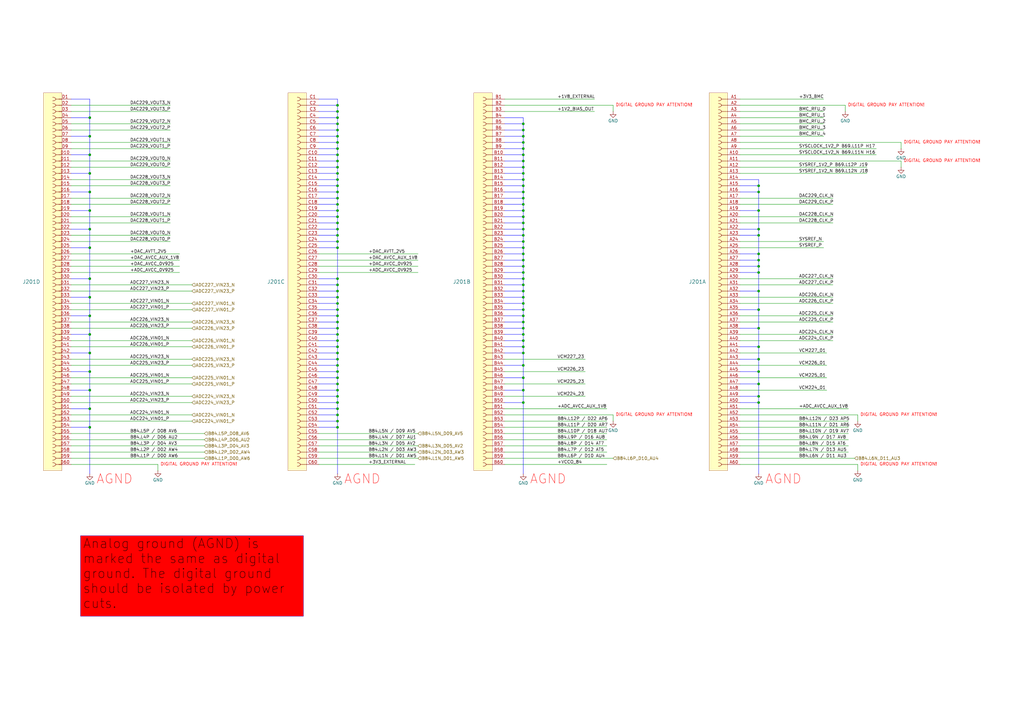
<source format=kicad_sch>
(kicad_sch (version 20250114) (generator "eeschema") (generator_version "9.0")
  (paper "A3")
  (title_block (date "2025-04-16") (rev "REV 1") (company "CERN") (comment 1 "Design by A. Jevtic"))
  (lib_symbols
    (symbol "CERN:SAMTEC/SAMTEC_ADF6-60-03.5-L-4-2-A" (pin_names (offset 1.27) (hide yes))
      (property "Reference" "J" (at 3.81 1.27 0))
      (symbol "SAMTEC/SAMTEC_ADF6-60-03.5-L-4-2-A_1_0"
        (pin bidirectional line (at -5.08 -2.54 0) (length 5.08) (name "A1") (number "A1"))
        (pin bidirectional line (at -5.08 -5.08 0) (length 5.08) (name "A2") (number "A2"))
        (pin bidirectional line (at -5.08 -7.62 0) (length 5.08) (name "A3") (number "A3"))
        (pin bidirectional line (at -5.08 -10.16 0) (length 5.08) (name "A4") (number "A4"))
        (pin bidirectional line (at -5.08 -12.7 0) (length 5.08) (name "A5") (number "A5"))
        (pin bidirectional line (at -5.08 -15.24 0) (length 5.08) (name "A6") (number "A6"))
        (pin bidirectional line (at -5.08 -17.78 0) (length 5.08) (name "A7") (number "A7"))
        (pin bidirectional line (at -5.08 -20.32 0) (length 5.08) (name "A8") (number "A8"))
        (pin bidirectional line (at -5.08 -22.86 0) (length 5.08) (name "A9") (number "A9"))
        (pin bidirectional line (at -5.08 -25.4 0) (length 5.08) (name "A10") (number "A10"))
        (pin bidirectional line (at -5.08 -27.94 0) (length 5.08) (name "A11") (number "A11"))
        (pin bidirectional line (at -5.08 -30.48 0) (length 5.08) (name "A12") (number "A12"))
        (pin bidirectional line (at -5.08 -33.02 0) (length 5.08) (name "A13") (number "A13"))
        (pin bidirectional line (at -5.08 -35.56 0) (length 5.08) (name "A14") (number "A14"))
        (pin bidirectional line (at -5.08 -38.1 0) (length 5.08) (name "A15") (number "A15"))
        (pin bidirectional line (at -5.08 -40.64 0) (length 5.08) (name "A16") (number "A16"))
        (pin bidirectional line (at -5.08 -43.18 0) (length 5.08) (name "A17") (number "A17"))
        (pin bidirectional line (at -5.08 -45.72 0) (length 5.08) (name "A18") (number "A18"))
        (pin bidirectional line (at -5.08 -48.26 0) (length 5.08) (name "A19") (number "A19"))
        (pin bidirectional line (at -5.08 -50.8 0) (length 5.08) (name "A20") (number "A20"))
        (pin bidirectional line (at -5.08 -53.34 0) (length 5.08) (name "A21") (number "A21"))
        (pin bidirectional line (at -5.08 -55.88 0) (length 5.08) (name "A22") (number "A22"))
        (pin bidirectional line (at -5.08 -58.42 0) (length 5.08) (name "A23") (number "A23"))
        (pin bidirectional line (at -5.08 -60.96 0) (length 5.08) (name "A24") (number "A24"))
        (pin bidirectional line (at -5.08 -63.5 0) (length 5.08) (name "A25") (number "A25"))
        (pin bidirectional line (at -5.08 -66.04 0) (length 5.08) (name "A26") (number "A26"))
        (pin bidirectional line (at -5.08 -68.58 0) (length 5.08) (name "A27") (number "A27"))
        (pin bidirectional line (at -5.08 -71.12 0) (length 5.08) (name "A28") (number "A28"))
        (pin bidirectional line (at -5.08 -73.66 0) (length 5.08) (name "A29") (number "A29"))
        (pin bidirectional line (at -5.08 -76.2 0) (length 5.08) (name "A30") (number "A30"))
        (pin bidirectional line (at -5.08 -78.74 0) (length 5.08) (name "A31") (number "A31"))
        (pin bidirectional line (at -5.08 -81.28 0) (length 5.08) (name "A32") (number "A32"))
        (pin bidirectional line (at -5.08 -83.82 0) (length 5.08) (name "A33") (number "A33"))
        (pin bidirectional line (at -5.08 -86.36 0) (length 5.08) (name "A34") (number "A34"))
        (pin bidirectional line (at -5.08 -88.9 0) (length 5.08) (name "A35") (number "A35"))
        (pin bidirectional line (at -5.08 -91.44 0) (length 5.08) (name "A36") (number "A36"))
        (pin bidirectional line (at -5.08 -93.98 0) (length 5.08) (name "A37") (number "A37"))
        (pin bidirectional line (at -5.08 -96.52 0) (length 5.08) (name "A38") (number "A38"))
        (pin bidirectional line (at -5.08 -99.06 0) (length 5.08) (name "A39") (number "A39"))
        (pin bidirectional line (at -5.08 -101.6 0) (length 5.08) (name "A40") (number "A40"))
        (pin bidirectional line (at -5.08 -104.14 0) (length 5.08) (name "A41") (number "A41"))
        (pin bidirectional line (at -5.08 -106.68 0) (length 5.08) (name "A42") (number "A42"))
        (pin bidirectional line (at -5.08 -109.22 0) (length 5.08) (name "A43") (number "A43"))
        (pin bidirectional line (at -5.08 -111.76 0) (length 5.08) (name "A44") (number "A44"))
        (pin bidirectional line (at -5.08 -114.3 0) (length 5.08) (name "A45") (number "A45"))
        (pin bidirectional line (at -5.08 -116.84 0) (length 5.08) (name "A46") (number "A46"))
        (pin bidirectional line (at -5.08 -119.38 0) (length 5.08) (name "A47") (number "A47"))
        (pin bidirectional line (at -5.08 -121.92 0) (length 5.08) (name "A48") (number "A48"))
        (pin bidirectional line (at -5.08 -124.46 0) (length 5.08) (name "A49") (number "A49"))
        (pin bidirectional line (at -5.08 -127 0) (length 5.08) (name "A50") (number "A50"))
        (pin bidirectional line (at -5.08 -129.54 0) (length 5.08) (name "A51") (number "A51"))
        (pin bidirectional line (at -5.08 -132.08 0) (length 5.08) (name "A52") (number "A52"))
        (pin bidirectional line (at -5.08 -134.62 0) (length 5.08) (name "A53") (number "A53"))
        (pin bidirectional line (at -5.08 -137.16 0) (length 5.08) (name "A54") (number "A54"))
        (pin bidirectional line (at -5.08 -139.7 0) (length 5.08) (name "A55") (number "A55"))
        (pin bidirectional line (at -5.08 -142.24 0) (length 5.08) (name "A56") (number "A56"))
        (pin bidirectional line (at -5.08 -144.78 0) (length 5.08) (name "A57") (number "A57"))
        (pin bidirectional line (at -5.08 -147.32 0) (length 5.08) (name "A58") (number "A58"))
        (pin bidirectional line (at -5.08 -149.86 0) (length 5.08) (name "A59") (number "A59"))
        (pin bidirectional line (at -5.08 -152.4 0) (length 5.08) (name "A60") (number "A60"))
      )
      (symbol "SAMTEC/SAMTEC_ADF6-60-03.5-L-4-2-A_2_0"
        (pin bidirectional line (at -5.08 -2.54 0) (length 5.08) (name "B1") (number "B1"))
        (pin bidirectional line (at -5.08 -5.08 0) (length 5.08) (name "B2") (number "B2"))
        (pin bidirectional line (at -5.08 -7.62 0) (length 5.08) (name "B3") (number "B3"))
        (pin bidirectional line (at -5.08 -10.16 0) (length 5.08) (name "B4") (number "B4"))
        (pin bidirectional line (at -5.08 -12.7 0) (length 5.08) (name "B5") (number "B5"))
        (pin bidirectional line (at -5.08 -15.24 0) (length 5.08) (name "B6") (number "B6"))
        (pin bidirectional line (at -5.08 -17.78 0) (length 5.08) (name "B7") (number "B7"))
        (pin bidirectional line (at -5.08 -20.32 0) (length 5.08) (name "B8") (number "B8"))
        (pin bidirectional line (at -5.08 -22.86 0) (length 5.08) (name "B9") (number "B9"))
        (pin bidirectional line (at -5.08 -25.4 0) (length 5.08) (name "B10") (number "B10"))
        (pin bidirectional line (at -5.08 -27.94 0) (length 5.08) (name "B11") (number "B11"))
        (pin bidirectional line (at -5.08 -30.48 0) (length 5.08) (name "B12") (number "B12"))
        (pin bidirectional line (at -5.08 -33.02 0) (length 5.08) (name "B13") (number "B13"))
        (pin bidirectional line (at -5.08 -35.56 0) (length 5.08) (name "B14") (number "B14"))
        (pin bidirectional line (at -5.08 -38.1 0) (length 5.08) (name "B15") (number "B15"))
        (pin bidirectional line (at -5.08 -40.64 0) (length 5.08) (name "B16") (number "B16"))
        (pin bidirectional line (at -5.08 -43.18 0) (length 5.08) (name "B17") (number "B17"))
        (pin bidirectional line (at -5.08 -45.72 0) (length 5.08) (name "B18") (number "B18"))
        (pin bidirectional line (at -5.08 -48.26 0) (length 5.08) (name "B19") (number "B19"))
        (pin bidirectional line (at -5.08 -50.8 0) (length 5.08) (name "B20") (number "B20"))
        (pin bidirectional line (at -5.08 -53.34 0) (length 5.08) (name "B21") (number "B21"))
        (pin bidirectional line (at -5.08 -55.88 0) (length 5.08) (name "B22") (number "B22"))
        (pin bidirectional line (at -5.08 -58.42 0) (length 5.08) (name "B23") (number "B23"))
        (pin bidirectional line (at -5.08 -60.96 0) (length 5.08) (name "B24") (number "B24"))
        (pin bidirectional line (at -5.08 -63.5 0) (length 5.08) (name "B25") (number "B25"))
        (pin bidirectional line (at -5.08 -66.04 0) (length 5.08) (name "B26") (number "B26"))
        (pin bidirectional line (at -5.08 -68.58 0) (length 5.08) (name "B27") (number "B27"))
        (pin bidirectional line (at -5.08 -71.12 0) (length 5.08) (name "B28") (number "B28"))
        (pin bidirectional line (at -5.08 -73.66 0) (length 5.08) (name "B29") (number "B29"))
        (pin bidirectional line (at -5.08 -76.2 0) (length 5.08) (name "B30") (number "B30"))
        (pin bidirectional line (at -5.08 -78.74 0) (length 5.08) (name "B31") (number "B31"))
        (pin bidirectional line (at -5.08 -81.28 0) (length 5.08) (name "B32") (number "B32"))
        (pin bidirectional line (at -5.08 -83.82 0) (length 5.08) (name "B33") (number "B33"))
        (pin bidirectional line (at -5.08 -86.36 0) (length 5.08) (name "B34") (number "B34"))
        (pin bidirectional line (at -5.08 -88.9 0) (length 5.08) (name "B35") (number "B35"))
        (pin bidirectional line (at -5.08 -91.44 0) (length 5.08) (name "B36") (number "B36"))
        (pin bidirectional line (at -5.08 -93.98 0) (length 5.08) (name "B37") (number "B37"))
        (pin bidirectional line (at -5.08 -96.52 0) (length 5.08) (name "B38") (number "B38"))
        (pin bidirectional line (at -5.08 -99.06 0) (length 5.08) (name "B39") (number "B39"))
        (pin bidirectional line (at -5.08 -101.6 0) (length 5.08) (name "B40") (number "B40"))
        (pin bidirectional line (at -5.08 -104.14 0) (length 5.08) (name "B41") (number "B41"))
        (pin bidirectional line (at -5.08 -106.68 0) (length 5.08) (name "B42") (number "B42"))
        (pin bidirectional line (at -5.08 -109.22 0) (length 5.08) (name "B43") (number "B43"))
        (pin bidirectional line (at -5.08 -111.76 0) (length 5.08) (name "B44") (number "B44"))
        (pin bidirectional line (at -5.08 -114.3 0) (length 5.08) (name "B45") (number "B45"))
        (pin bidirectional line (at -5.08 -116.84 0) (length 5.08) (name "B46") (number "B46"))
        (pin bidirectional line (at -5.08 -119.38 0) (length 5.08) (name "B47") (number "B47"))
        (pin bidirectional line (at -5.08 -121.92 0) (length 5.08) (name "B48") (number "B48"))
        (pin bidirectional line (at -5.08 -124.46 0) (length 5.08) (name "B49") (number "B49"))
        (pin bidirectional line (at -5.08 -127 0) (length 5.08) (name "B50") (number "B50"))
        (pin bidirectional line (at -5.08 -129.54 0) (length 5.08) (name "B51") (number "B51"))
        (pin bidirectional line (at -5.08 -132.08 0) (length 5.08) (name "B52") (number "B52"))
        (pin bidirectional line (at -5.08 -134.62 0) (length 5.08) (name "B53") (number "B53"))
        (pin bidirectional line (at -5.08 -137.16 0) (length 5.08) (name "B54") (number "B54"))
        (pin bidirectional line (at -5.08 -139.7 0) (length 5.08) (name "B55") (number "B55"))
        (pin bidirectional line (at -5.08 -142.24 0) (length 5.08) (name "B56") (number "B56"))
        (pin bidirectional line (at -5.08 -144.78 0) (length 5.08) (name "B57") (number "B57"))
        (pin bidirectional line (at -5.08 -147.32 0) (length 5.08) (name "B58") (number "B58"))
        (pin bidirectional line (at -5.08 -149.86 0) (length 5.08) (name "B59") (number "B59"))
        (pin bidirectional line (at -5.08 -152.4 0) (length 5.08) (name "B60") (number "B60"))
      )
      (symbol "SAMTEC/SAMTEC_ADF6-60-03.5-L-4-2-A_3_0"
        (pin bidirectional line (at -5.08 -2.54 0) (length 5.08) (name "C1") (number "C1"))
        (pin bidirectional line (at -5.08 -5.08 0) (length 5.08) (name "C2") (number "C2"))
        (pin bidirectional line (at -5.08 -7.62 0) (length 5.08) (name "C3") (number "C3"))
        (pin bidirectional line (at -5.08 -10.16 0) (length 5.08) (name "C4") (number "C4"))
        (pin bidirectional line (at -5.08 -12.7 0) (length 5.08) (name "C5") (number "C5"))
        (pin bidirectional line (at -5.08 -15.24 0) (length 5.08) (name "C6") (number "C6"))
        (pin bidirectional line (at -5.08 -17.78 0) (length 5.08) (name "C7") (number "C7"))
        (pin bidirectional line (at -5.08 -20.32 0) (length 5.08) (name "C8") (number "C8"))
        (pin bidirectional line (at -5.08 -22.86 0) (length 5.08) (name "C9") (number "C9"))
        (pin bidirectional line (at -5.08 -25.4 0) (length 5.08) (name "C10") (number "C10"))
        (pin bidirectional line (at -5.08 -27.94 0) (length 5.08) (name "C11") (number "C11"))
        (pin bidirectional line (at -5.08 -30.48 0) (length 5.08) (name "C12") (number "C12"))
        (pin bidirectional line (at -5.08 -33.02 0) (length 5.08) (name "C13") (number "C13"))
        (pin bidirectional line (at -5.08 -35.56 0) (length 5.08) (name "C14") (number "C14"))
        (pin bidirectional line (at -5.08 -38.1 0) (length 5.08) (name "C15") (number "C15"))
        (pin bidirectional line (at -5.08 -40.64 0) (length 5.08) (name "C16") (number "C16"))
        (pin bidirectional line (at -5.08 -43.18 0) (length 5.08) (name "C17") (number "C17"))
        (pin bidirectional line (at -5.08 -45.72 0) (length 5.08) (name "C18") (number "C18"))
        (pin bidirectional line (at -5.08 -48.26 0) (length 5.08) (name "C19") (number "C19"))
        (pin bidirectional line (at -5.08 -50.8 0) (length 5.08) (name "C20") (number "C20"))
        (pin bidirectional line (at -5.08 -53.34 0) (length 5.08) (name "C21") (number "C21"))
        (pin bidirectional line (at -5.08 -55.88 0) (length 5.08) (name "C22") (number "C22"))
        (pin bidirectional line (at -5.08 -58.42 0) (length 5.08) (name "C23") (number "C23"))
        (pin bidirectional line (at -5.08 -60.96 0) (length 5.08) (name "C24") (number "C24"))
        (pin bidirectional line (at -5.08 -63.5 0) (length 5.08) (name "C25") (number "C25"))
        (pin bidirectional line (at -5.08 -66.04 0) (length 5.08) (name "C26") (number "C26"))
        (pin bidirectional line (at -5.08 -68.58 0) (length 5.08) (name "C27") (number "C27"))
        (pin bidirectional line (at -5.08 -71.12 0) (length 5.08) (name "C28") (number "C28"))
        (pin bidirectional line (at -5.08 -73.66 0) (length 5.08) (name "C29") (number "C29"))
        (pin bidirectional line (at -5.08 -76.2 0) (length 5.08) (name "C30") (number "C30"))
        (pin bidirectional line (at -5.08 -78.74 0) (length 5.08) (name "C31") (number "C31"))
        (pin bidirectional line (at -5.08 -81.28 0) (length 5.08) (name "C32") (number "C32"))
        (pin bidirectional line (at -5.08 -83.82 0) (length 5.08) (name "C33") (number "C33"))
        (pin bidirectional line (at -5.08 -86.36 0) (length 5.08) (name "C34") (number "C34"))
        (pin bidirectional line (at -5.08 -88.9 0) (length 5.08) (name "C35") (number "C35"))
        (pin bidirectional line (at -5.08 -91.44 0) (length 5.08) (name "C36") (number "C36"))
        (pin bidirectional line (at -5.08 -93.98 0) (length 5.08) (name "C37") (number "C37"))
        (pin bidirectional line (at -5.08 -96.52 0) (length 5.08) (name "C38") (number "C38"))
        (pin bidirectional line (at -5.08 -99.06 0) (length 5.08) (name "C39") (number "C39"))
        (pin bidirectional line (at -5.08 -101.6 0) (length 5.08) (name "C40") (number "C40"))
        (pin bidirectional line (at -5.08 -104.14 0) (length 5.08) (name "C41") (number "C41"))
        (pin bidirectional line (at -5.08 -106.68 0) (length 5.08) (name "C42") (number "C42"))
        (pin bidirectional line (at -5.08 -109.22 0) (length 5.08) (name "C43") (number "C43"))
        (pin bidirectional line (at -5.08 -111.76 0) (length 5.08) (name "C44") (number "C44"))
        (pin bidirectional line (at -5.08 -114.3 0) (length 5.08) (name "C45") (number "C45"))
        (pin bidirectional line (at -5.08 -116.84 0) (length 5.08) (name "C46") (number "C46"))
        (pin bidirectional line (at -5.08 -119.38 0) (length 5.08) (name "C47") (number "C47"))
        (pin bidirectional line (at -5.08 -121.92 0) (length 5.08) (name "C48") (number "C48"))
        (pin bidirectional line (at -5.08 -124.46 0) (length 5.08) (name "C49") (number "C49"))
        (pin bidirectional line (at -5.08 -127 0) (length 5.08) (name "C50") (number "C50"))
        (pin bidirectional line (at -5.08 -129.54 0) (length 5.08) (name "C51") (number "C51"))
        (pin bidirectional line (at -5.08 -132.08 0) (length 5.08) (name "C52") (number "C52"))
        (pin bidirectional line (at -5.08 -134.62 0) (length 5.08) (name "C53") (number "C53"))
        (pin bidirectional line (at -5.08 -137.16 0) (length 5.08) (name "C54") (number "C54"))
        (pin bidirectional line (at -5.08 -139.7 0) (length 5.08) (name "C55") (number "C55"))
        (pin bidirectional line (at -5.08 -142.24 0) (length 5.08) (name "C56") (number "C56"))
        (pin bidirectional line (at -5.08 -144.78 0) (length 5.08) (name "C57") (number "C57"))
        (pin bidirectional line (at -5.08 -147.32 0) (length 5.08) (name "C58") (number "C58"))
        (pin bidirectional line (at -5.08 -149.86 0) (length 5.08) (name "C59") (number "C59"))
        (pin bidirectional line (at -5.08 -152.4 0) (length 5.08) (name "C60") (number "C60"))
      )
      (symbol "SAMTEC/SAMTEC_ADF6-60-03.5-L-4-2-A_4_0"
        (pin bidirectional line (at -3.81 -2.54 0) (length 5.08) (name "D1") (number "D1"))
        (pin bidirectional line (at -3.81 -5.08 0) (length 5.08) (name "D2") (number "D2"))
        (pin bidirectional line (at -3.81 -7.62 0) (length 5.08) (name "D3") (number "D3"))
        (pin bidirectional line (at -3.81 -10.16 0) (length 5.08) (name "D4") (number "D4"))
        (pin bidirectional line (at -3.81 -12.7 0) (length 5.08) (name "D5") (number "D5"))
        (pin bidirectional line (at -3.81 -15.24 0) (length 5.08) (name "D6") (number "D6"))
        (pin bidirectional line (at -3.81 -17.78 0) (length 5.08) (name "D7") (number "D7"))
        (pin bidirectional line (at -3.81 -20.32 0) (length 5.08) (name "D8") (number "D8"))
        (pin bidirectional line (at -3.81 -22.86 0) (length 5.08) (name "D9") (number "D9"))
        (pin bidirectional line (at -3.81 -25.4 0) (length 5.08) (name "D10") (number "D10"))
        (pin bidirectional line (at -3.81 -27.94 0) (length 5.08) (name "D11") (number "D11"))
        (pin bidirectional line (at -3.81 -30.48 0) (length 5.08) (name "D12") (number "D12"))
        (pin bidirectional line (at -3.81 -33.02 0) (length 5.08) (name "D13") (number "D13"))
        (pin bidirectional line (at -3.81 -35.56 0) (length 5.08) (name "D14") (number "D14"))
        (pin bidirectional line (at -3.81 -38.1 0) (length 5.08) (name "D15") (number "D15"))
        (pin bidirectional line (at -3.81 -40.64 0) (length 5.08) (name "D16") (number "D16"))
        (pin bidirectional line (at -3.81 -43.18 0) (length 5.08) (name "D17") (number "D17"))
        (pin bidirectional line (at -3.81 -45.72 0) (length 5.08) (name "D18") (number "D18"))
        (pin bidirectional line (at -3.81 -48.26 0) (length 5.08) (name "D19") (number "D19"))
        (pin bidirectional line (at -3.81 -50.8 0) (length 5.08) (name "D20") (number "D20"))
        (pin bidirectional line (at -3.81 -53.34 0) (length 5.08) (name "D21") (number "D21"))
        (pin bidirectional line (at -3.81 -55.88 0) (length 5.08) (name "D22") (number "D22"))
        (pin bidirectional line (at -3.81 -58.42 0) (length 5.08) (name "D23") (number "D23"))
        (pin bidirectional line (at -3.81 -60.96 0) (length 5.08) (name "D24") (number "D24"))
        (pin bidirectional line (at -3.81 -63.5 0) (length 5.08) (name "D25") (number "D25"))
        (pin bidirectional line (at -3.81 -66.04 0) (length 5.08) (name "D26") (number "D26"))
        (pin bidirectional line (at -3.81 -68.58 0) (length 5.08) (name "D27") (number "D27"))
        (pin bidirectional line (at -3.81 -71.12 0) (length 5.08) (name "D28") (number "D28"))
        (pin bidirectional line (at -3.81 -73.66 0) (length 5.08) (name "D29") (number "D29"))
        (pin bidirectional line (at -3.81 -76.2 0) (length 5.08) (name "D30") (number "D30"))
        (pin bidirectional line (at -3.81 -78.74 0) (length 5.08) (name "D31") (number "D31"))
        (pin bidirectional line (at -3.81 -81.28 0) (length 5.08) (name "D32") (number "D32"))
        (pin bidirectional line (at -3.81 -83.82 0) (length 5.08) (name "D33") (number "D33"))
        (pin bidirectional line (at -3.81 -86.36 0) (length 5.08) (name "D34") (number "D34"))
        (pin bidirectional line (at -3.81 -88.9 0) (length 5.08) (name "D35") (number "D35"))
        (pin bidirectional line (at -3.81 -91.44 0) (length 5.08) (name "D36") (number "D36"))
        (pin bidirectional line (at -3.81 -93.98 0) (length 5.08) (name "D37") (number "D37"))
        (pin bidirectional line (at -3.81 -96.52 0) (length 5.08) (name "D38") (number "D38"))
        (pin bidirectional line (at -3.81 -99.06 0) (length 5.08) (name "D39") (number "D39"))
        (pin bidirectional line (at -3.81 -101.6 0) (length 5.08) (name "D40") (number "D40"))
        (pin bidirectional line (at -3.81 -104.14 0) (length 5.08) (name "D41") (number "D41"))
        (pin bidirectional line (at -3.81 -106.68 0) (length 5.08) (name "D42") (number "D42"))
        (pin bidirectional line (at -3.81 -109.22 0) (length 5.08) (name "D43") (number "D43"))
        (pin bidirectional line (at -3.81 -111.76 0) (length 5.08) (name "D44") (number "D44"))
        (pin bidirectional line (at -3.81 -114.3 0) (length 5.08) (name "D45") (number "D45"))
        (pin bidirectional line (at -3.81 -116.84 0) (length 5.08) (name "D46") (number "D46"))
        (pin bidirectional line (at -3.81 -119.38 0) (length 5.08) (name "D47") (number "D47"))
        (pin bidirectional line (at -3.81 -121.92 0) (length 5.08) (name "D48") (number "D48"))
        (pin bidirectional line (at -3.81 -124.46 0) (length 5.08) (name "D49") (number "D49"))
        (pin bidirectional line (at -3.81 -127 0) (length 5.08) (name "D50") (number "D50"))
        (pin bidirectional line (at -3.81 -129.54 0) (length 5.08) (name "D51") (number "D51"))
        (pin bidirectional line (at -3.81 -132.08 0) (length 5.08) (name "D52") (number "D52"))
        (pin bidirectional line (at -3.81 -134.62 0) (length 5.08) (name "D53") (number "D53"))
        (pin bidirectional line (at -3.81 -137.16 0) (length 5.08) (name "D54") (number "D54"))
        (pin bidirectional line (at -3.81 -139.7 0) (length 5.08) (name "D55") (number "D55"))
        (pin bidirectional line (at -3.81 -142.24 0) (length 5.08) (name "D56") (number "D56"))
        (pin bidirectional line (at -3.81 -144.78 0) (length 5.08) (name "D57") (number "D57"))
        (pin bidirectional line (at -3.81 -147.32 0) (length 5.08) (name "D58") (number "D58"))
        (pin bidirectional line (at -3.81 -149.86 0) (length 5.08) (name "D59") (number "D59"))
        (pin bidirectional line (at -3.81 -152.4 0) (length 5.08) (name "D60") (number "D60"))
      )
    )
    (symbol "power:GND" (power) (pin_numbers (hide yes)) (pin_names (offset 0) (hide yes))
      (property "Value" "GND" (at 0 -3.81 0))
      (symbol "GND_1_1"
        (pin power_in line (at 0 0 270) (length 0) (name "~") (number "1"))
      )
    )
  )
  (text "AGND" (at 224.79 196.596 0) (effects (font (size 3.81 3.81))))
  (text "DIGITAL GROUND PAY ATTENTION! " (at 369.062 190.5 0) (effects (font (size 1.27 1.27))))
  (text "AGND" (at 321.31 196.596 0) (effects (font (size 3.81 3.81))))
  (text "DIGITAL GROUND PAY ATTENTION! " (at 268.732 170.18 0) (effects (font (size 1.27 1.27))))
  (text "DIGITAL GROUND PAY ATTENTION! " (at 268.732 43.18 0) (effects (font (size 1.27 1.27))))
  (text "DIGITAL GROUND PAY ATTENTION! " (at 363.982 43.18 0) (effects (font (size 1.27 1.27))))
  (text "DIGITAL GROUND PAY ATTENTION! " (at 82.042 190.5 0) (effects (font (size 1.27 1.27))))
  (text "AGND" (at 148.59 196.596 0) (effects (font (size 3.81 3.81))))
  (text "DIGITAL GROUND PAY ATTENTION! " (at 369.062 170.18 0) (effects (font (size 1.27 1.27))))
  (text "DIGITAL GROUND PAY ATTENTION! " (at 386.842 58.42 0) (effects (font (size 1.27 1.27))))
  (text "AGND" (at 46.99 196.596 0) (effects (font (size 3.81 3.81))))
  (text "DIGITAL GROUND PAY ATTENTION! " (at 386.842 66.04 0) (effects (font (size 1.27 1.27))))
  (text_box "Analog ground (AGND) is marked the same as digital ground. The digital ground should be isolated by power cuts. " (at 33.02 219.71 0) (size 91.44 33.02) (margins 0.9525 0.9525 0.9525 0.9525) (stroke (width 0.127)) (fill (type color) (color 255 0 0 1)) (effects (font (size 3.81 3.81)) (justify left top)))
  (junction (at 214.63 160.02))
  (junction (at 214.63 55.88))
  (junction (at 138.43 132.08))
  (junction (at 138.43 121.92))
  (junction (at 138.43 101.6))
  (junction (at 214.63 127))
  (junction (at 138.43 88.9))
  (junction (at 214.63 114.3))
  (junction (at 214.63 154.94))
  (junction (at 214.63 83.82))
  (junction (at 36.83 114.3))
  (junction (at 36.83 71.12))
  (junction (at 138.43 149.86))
  (junction (at 138.43 137.16))
  (junction (at 36.83 93.98))
  (junction (at 214.63 99.06))
  (junction (at 214.63 63.5))
  (junction (at 138.43 58.42))
  (junction (at 214.63 60.96))
  (junction (at 214.63 134.62))
  (junction (at 311.15 127))
  (junction (at 138.43 45.72))
  (junction (at 36.83 137.16))
  (junction (at 311.15 134.62))
  (junction (at 311.15 152.4))
  (junction (at 36.83 63.5))
  (junction (at 138.43 124.46))
  (junction (at 214.63 68.58))
  (junction (at 138.43 116.84))
  (junction (at 138.43 71.12))
  (junction (at 311.15 104.14))
  (junction (at 311.15 96.52))
  (junction (at 36.83 48.26))
  (junction (at 138.43 142.24))
  (junction (at 138.43 170.18))
  (junction (at 214.63 78.74))
  (junction (at 138.43 162.56))
  (junction (at 311.15 78.74))
  (junction (at 311.15 109.22))
  (junction (at 214.63 119.38))
  (junction (at 138.43 66.04))
  (junction (at 214.63 109.22))
  (junction (at 36.83 101.6))
  (junction (at 214.63 101.6))
  (junction (at 311.15 93.98))
  (junction (at 214.63 58.42))
  (junction (at 36.83 78.74))
  (junction (at 138.43 83.82))
  (junction (at 138.43 160.02))
  (junction (at 311.15 76.2))
  (junction (at 138.43 139.7))
  (junction (at 214.63 81.28))
  (junction (at 214.63 121.92))
  (junction (at 138.43 73.66))
  (junction (at 214.63 73.66))
  (junction (at 311.15 119.38))
  (junction (at 36.83 129.54))
  (junction (at 138.43 129.54))
  (junction (at 311.15 86.36))
  (junction (at 214.63 104.14))
  (junction (at 311.15 111.76))
  (junction (at 214.63 76.2))
  (junction (at 214.63 53.34))
  (junction (at 138.43 147.32))
  (junction (at 36.83 86.36))
  (junction (at 138.43 91.44))
  (junction (at 311.15 142.24))
  (junction (at 214.63 165.1))
  (junction (at 214.63 96.52))
  (junction (at 311.15 157.48))
  (junction (at 138.43 93.98))
  (junction (at 214.63 129.54))
  (junction (at 138.43 172.72))
  (junction (at 311.15 165.1))
  (junction (at 36.83 160.02))
  (junction (at 214.63 142.24))
  (junction (at 138.43 167.64))
  (junction (at 138.43 144.78))
  (junction (at 214.63 139.7))
  (junction (at 214.63 93.98))
  (junction (at 138.43 50.8))
  (junction (at 214.63 86.36))
  (junction (at 138.43 78.74))
  (junction (at 138.43 81.28))
  (junction (at 214.63 116.84))
  (junction (at 214.63 149.86))
  (junction (at 214.63 137.16))
  (junction (at 311.15 147.32))
  (junction (at 36.83 167.64))
  (junction (at 36.83 55.88))
  (junction (at 138.43 48.26))
  (junction (at 138.43 119.38))
  (junction (at 36.83 152.4))
  (junction (at 214.63 66.04))
  (junction (at 138.43 86.36))
  (junction (at 214.63 91.44))
  (junction (at 138.43 99.06))
  (junction (at 36.83 121.92))
  (junction (at 214.63 124.46))
  (junction (at 311.15 106.68))
  (junction (at 138.43 152.4))
  (junction (at 138.43 55.88))
  (junction (at 214.63 111.76))
  (junction (at 138.43 157.48))
  (junction (at 138.43 114.3))
  (junction (at 138.43 60.96))
  (junction (at 311.15 162.56))
  (junction (at 138.43 165.1))
  (junction (at 214.63 71.12))
  (junction (at 214.63 144.78))
  (junction (at 138.43 134.62))
  (junction (at 36.83 144.78))
  (junction (at 138.43 127))
  (junction (at 138.43 175.26))
  (junction (at 138.43 154.94))
  (junction (at 138.43 76.2))
  (junction (at 138.43 53.34))
  (junction (at 138.43 68.58))
  (junction (at 214.63 132.08))
  (junction (at 138.43 43.18))
  (junction (at 214.63 106.68))
  (junction (at 214.63 50.8))
  (junction (at 138.43 63.5))
  (junction (at 36.83 175.26))
  (junction (at 214.63 88.9))
  (junction (at 138.43 96.52))
  (wire (pts (xy 130.81 68.58) (xy 138.43 68.58)) (stroke (width 0) (color 0 0 255 1)))
  (wire (pts (xy 130.81 165.1) (xy 138.43 165.1)) (stroke (width 0) (color 0 0 255 1)))
  (wire (pts (xy 130.81 111.76) (xy 171.45 111.76)))
  (wire (pts (xy 214.63 111.76) (xy 214.63 109.22)) (stroke (width 0) (color 0 0 255 1)))
  (wire (pts (xy 130.81 119.38) (xy 138.43 119.38)) (stroke (width 0) (color 0 0 255 1)))
  (wire (pts (xy 138.43 139.7) (xy 138.43 137.16)) (stroke (width 0) (color 0 0 255 1)))
  (wire (pts (xy 36.83 167.64) (xy 36.83 160.02)) (stroke (width 0) (color 0 0 255 1)))
  (wire (pts (xy 214.63 99.06) (xy 214.63 96.52)) (stroke (width 0) (color 0 0 255 1)))
  (wire (pts (xy 36.83 175.26) (xy 36.83 167.64)) (stroke (width 0) (color 0 0 255 1)))
  (wire (pts (xy 303.53 66.04) (xy 369.57 66.04)))
  (wire (pts (xy 138.43 55.88) (xy 138.43 53.34)) (stroke (width 0) (color 0 0 255 1)))
  (wire (pts (xy 303.53 177.8) (xy 347.98 177.8)))
  (wire (pts (xy 29.21 78.74) (xy 36.83 78.74)) (stroke (width 0) (color 0 0 255 1)))
  (wire (pts (xy 138.43 142.24) (xy 138.43 139.7)) (stroke (width 0) (color 0 0 255 1)))
  (wire (pts (xy 130.81 50.8) (xy 138.43 50.8)) (stroke (width 0) (color 0 0 255 1)))
  (wire (pts (xy 214.63 127) (xy 214.63 124.46)) (stroke (width 0) (color 0 0 255 1)))
  (wire (pts (xy 130.81 154.94) (xy 138.43 154.94)) (stroke (width 0) (color 0 0 255 1)))
  (wire (pts (xy 29.21 55.88) (xy 36.83 55.88)) (stroke (width 0) (color 0 0 255 1)))
  (wire (pts (xy 138.43 48.26) (xy 138.43 45.72)) (stroke (width 0) (color 0 0 255 1)))
  (wire (pts (xy 29.21 48.26) (xy 36.83 48.26)) (stroke (width 0) (color 0 0 255 1)))
  (wire (pts (xy 214.63 73.66) (xy 214.63 71.12)) (stroke (width 0) (color 0 0 255 1)))
  (wire (pts (xy 130.81 142.24) (xy 138.43 142.24)) (stroke (width 0) (color 0 0 255 1)))
  (wire (pts (xy 303.53 55.88) (xy 337.82 55.88)))
  (wire (pts (xy 303.53 124.46) (xy 341.63 124.46)))
  (wire (pts (xy 130.81 134.62) (xy 138.43 134.62)) (stroke (width 0) (color 0 0 255 1)))
  (wire (pts (xy 138.43 127) (xy 138.43 124.46)) (stroke (width 0) (color 0 0 255 1)))
  (wire (pts (xy 29.21 58.42) (xy 69.85 58.42)))
  (wire (pts (xy 207.01 106.68) (xy 214.63 106.68)) (stroke (width 0) (color 0 0 255 1)))
  (wire (pts (xy 138.43 154.94) (xy 138.43 152.4)) (stroke (width 0) (color 0 0 255 1)))
  (wire (pts (xy 138.43 40.64) (xy 130.81 40.64)) (stroke (width 0) (color 0 0 255 1)))
  (wire (pts (xy 36.83 121.92) (xy 36.83 114.3)) (stroke (width 0) (color 0 0 255 1)))
  (wire (pts (xy 311.15 78.74) (xy 311.15 76.2)) (stroke (width 0) (color 0 0 255 1)))
  (wire (pts (xy 214.63 137.16) (xy 214.63 134.62)) (stroke (width 0) (color 0 0 255 1)))
  (wire (pts (xy 207.01 83.82) (xy 214.63 83.82)) (stroke (width 0) (color 0 0 255 1)))
  (wire (pts (xy 207.01 172.72) (xy 248.92 172.72)))
  (wire (pts (xy 303.53 121.92) (xy 341.63 121.92)))
  (wire (pts (xy 130.81 182.88) (xy 171.45 182.88)))
  (wire (pts (xy 303.53 154.94) (xy 339.09 154.94)))
  (wire (pts (xy 214.63 124.46) (xy 214.63 121.92)) (stroke (width 0) (color 0 0 255 1)))
  (wire (pts (xy 207.01 78.74) (xy 214.63 78.74)) (stroke (width 0) (color 0 0 255 1)))
  (wire (pts (xy 138.43 157.48) (xy 138.43 154.94)) (stroke (width 0) (color 0 0 255 1)))
  (wire (pts (xy 130.81 157.48) (xy 138.43 157.48)) (stroke (width 0) (color 0 0 255 1)))
  (wire (pts (xy 251.46 45.72) (xy 251.46 43.18)))
  (wire (pts (xy 138.43 114.3) (xy 138.43 101.6)) (stroke (width 0) (color 0 0 255 1)))
  (wire (pts (xy 29.21 53.34) (xy 69.85 53.34)))
  (wire (pts (xy 130.81 45.72) (xy 138.43 45.72)) (stroke (width 0) (color 0 0 255 1)))
  (wire (pts (xy 207.01 175.26) (xy 248.92 175.26)))
  (wire (pts (xy 138.43 71.12) (xy 138.43 68.58)) (stroke (width 0) (color 0 0 255 1)))
  (wire (pts (xy 207.01 129.54) (xy 214.63 129.54)) (stroke (width 0) (color 0 0 255 1)))
  (wire (pts (xy 138.43 162.56) (xy 138.43 160.02)) (stroke (width 0) (color 0 0 255 1)))
  (wire (pts (xy 311.15 109.22) (xy 311.15 106.68)) (stroke (width 0) (color 0 0 255 1)))
  (wire (pts (xy 29.21 165.1) (xy 78.74 165.1)))
  (wire (pts (xy 214.63 81.28) (xy 214.63 78.74)) (stroke (width 0) (color 0 0 255 1)))
  (wire (pts (xy 130.81 132.08) (xy 138.43 132.08)) (stroke (width 0) (color 0 0 255 1)))
  (wire (pts (xy 130.81 81.28) (xy 138.43 81.28)) (stroke (width 0) (color 0 0 255 1)))
  (wire (pts (xy 29.21 167.64) (xy 36.83 167.64)) (stroke (width 0) (color 0 0 255 1)))
  (wire (pts (xy 207.01 55.88) (xy 214.63 55.88)) (stroke (width 0) (color 0 0 255 1)))
  (wire (pts (xy 29.21 83.82) (xy 69.85 83.82)))
  (wire (pts (xy 303.53 137.16) (xy 341.63 137.16)))
  (wire (pts (xy 29.21 45.72) (xy 69.85 45.72)))
  (wire (pts (xy 303.53 157.48) (xy 311.15 157.48)) (stroke (width 0) (color 0 0 255 1)))
  (wire (pts (xy 207.01 88.9) (xy 214.63 88.9)) (stroke (width 0) (color 0 0 255 1)))
  (wire (pts (xy 29.21 96.52) (xy 69.85 96.52)))
  (wire (pts (xy 214.63 144.78) (xy 214.63 142.24)) (stroke (width 0) (color 0 0 255 1)))
  (wire (pts (xy 207.01 177.8) (xy 248.92 177.8)))
  (wire (pts (xy 138.43 175.26) (xy 138.43 172.72)) (stroke (width 0) (color 0 0 255 1)))
  (wire (pts (xy 130.81 60.96) (xy 138.43 60.96)) (stroke (width 0) (color 0 0 255 1)))
  (wire (pts (xy 303.53 50.8) (xy 337.82 50.8)))
  (wire (pts (xy 29.21 106.68) (xy 73.66 106.68)))
  (wire (pts (xy 346.71 45.72) (xy 346.71 43.18)))
  (wire (pts (xy 303.53 139.7) (xy 341.63 139.7)))
  (wire (pts (xy 303.53 88.9) (xy 341.63 88.9)))
  (wire (pts (xy 36.83 48.26) (xy 36.83 40.64)) (stroke (width 0) (color 0 0 255 1)))
  (wire (pts (xy 64.77 193.04) (xy 64.77 190.5)))
  (wire (pts (xy 29.21 139.7) (xy 78.74 139.7)))
  (wire (pts (xy 138.43 99.06) (xy 138.43 96.52)) (stroke (width 0) (color 0 0 255 1)))
  (wire (pts (xy 130.81 93.98) (xy 138.43 93.98)) (stroke (width 0) (color 0 0 255 1)))
  (wire (pts (xy 36.83 71.12) (xy 36.83 63.5)) (stroke (width 0) (color 0 0 255 1)))
  (wire (pts (xy 29.21 190.5) (xy 64.77 190.5)))
  (wire (pts (xy 36.83 93.98) (xy 36.83 86.36)) (stroke (width 0) (color 0 0 255 1)))
  (wire (pts (xy 214.63 129.54) (xy 214.63 127)) (stroke (width 0) (color 0 0 255 1)))
  (wire (pts (xy 130.81 152.4) (xy 138.43 152.4)) (stroke (width 0) (color 0 0 255 1)))
  (wire (pts (xy 303.53 104.14) (xy 311.15 104.14)) (stroke (width 0) (color 0 0 255 1)))
  (wire (pts (xy 311.15 134.62) (xy 311.15 127)) (stroke (width 0) (color 0 0 255 1)))
  (wire (pts (xy 303.53 190.5) (xy 351.79 190.5)))
  (wire (pts (xy 138.43 116.84) (xy 138.43 114.3)) (stroke (width 0) (color 0 0 255 1)))
  (wire (pts (xy 130.81 104.14) (xy 171.45 104.14)))
  (wire (pts (xy 138.43 137.16) (xy 138.43 134.62)) (stroke (width 0) (color 0 0 255 1)))
  (wire (pts (xy 214.63 50.8) (xy 214.63 48.26)) (stroke (width 0) (color 0 0 255 1)))
  (wire (pts (xy 207.01 121.92) (xy 214.63 121.92)) (stroke (width 0) (color 0 0 255 1)))
  (wire (pts (xy 207.01 104.14) (xy 214.63 104.14)) (stroke (width 0) (color 0 0 255 1)))
  (wire (pts (xy 351.79 193.04) (xy 351.79 190.5)))
  (wire (pts (xy 130.81 78.74) (xy 138.43 78.74)) (stroke (width 0) (color 0 0 255 1)))
  (wire (pts (xy 214.63 194.31) (xy 214.63 165.1)) (stroke (width 0) (color 0 0 255 1)))
  (wire (pts (xy 303.53 48.26) (xy 337.82 48.26)))
  (wire (pts (xy 207.01 190.5) (xy 248.92 190.5)))
  (wire (pts (xy 138.43 63.5) (xy 138.43 60.96)) (stroke (width 0) (color 0 0 255 1)))
  (wire (pts (xy 214.63 114.3) (xy 214.63 111.76)) (stroke (width 0) (color 0 0 255 1)))
  (wire (pts (xy 138.43 53.34) (xy 138.43 50.8)) (stroke (width 0) (color 0 0 255 1)))
  (wire (pts (xy 207.01 111.76) (xy 214.63 111.76)) (stroke (width 0) (color 0 0 255 1)))
  (wire (pts (xy 29.21 162.56) (xy 78.74 162.56)))
  (wire (pts (xy 207.01 58.42) (xy 214.63 58.42)) (stroke (width 0) (color 0 0 255 1)))
  (wire (pts (xy 207.01 147.32) (xy 240.03 147.32)))
  (wire (pts (xy 303.53 109.22) (xy 311.15 109.22)) (stroke (width 0) (color 0 0 255 1)))
  (wire (pts (xy 29.21 86.36) (xy 36.83 86.36)) (stroke (width 0) (color 0 0 255 1)))
  (wire (pts (xy 303.53 180.34) (xy 347.98 180.34)))
  (wire (pts (xy 303.53 58.42) (xy 369.57 58.42)))
  (wire (pts (xy 303.53 172.72) (xy 347.98 172.72)))
  (wire (pts (xy 207.01 154.94) (xy 214.63 154.94)) (stroke (width 0) (color 0 0 255 1)))
  (wire (pts (xy 29.21 121.92) (xy 36.83 121.92)) (stroke (width 0) (color 0 0 255 1)))
  (wire (pts (xy 130.81 121.92) (xy 138.43 121.92)) (stroke (width 0) (color 0 0 255 1)))
  (wire (pts (xy 29.21 76.2) (xy 69.85 76.2)))
  (wire (pts (xy 138.43 165.1) (xy 138.43 162.56)) (stroke (width 0) (color 0 0 255 1)))
  (wire (pts (xy 29.21 160.02) (xy 36.83 160.02)) (stroke (width 0) (color 0 0 255 1)))
  (wire (pts (xy 311.15 86.36) (xy 311.15 78.74)) (stroke (width 0) (color 0 0 255 1)))
  (wire (pts (xy 311.15 152.4) (xy 311.15 147.32)) (stroke (width 0) (color 0 0 255 1)))
  (wire (pts (xy 36.83 78.74) (xy 36.83 71.12)) (stroke (width 0) (color 0 0 255 1)))
  (wire (pts (xy 29.21 144.78) (xy 36.83 144.78)) (stroke (width 0) (color 0 0 255 1)))
  (wire (pts (xy 138.43 91.44) (xy 138.43 88.9)) (stroke (width 0) (color 0 0 255 1)))
  (wire (pts (xy 303.53 96.52) (xy 311.15 96.52)) (stroke (width 0) (color 0 0 255 1)))
  (wire (pts (xy 303.53 152.4) (xy 311.15 152.4)) (stroke (width 0) (color 0 0 255 1)))
  (wire (pts (xy 138.43 132.08) (xy 138.43 129.54)) (stroke (width 0) (color 0 0 255 1)))
  (wire (pts (xy 303.53 119.38) (xy 311.15 119.38)) (stroke (width 0) (color 0 0 255 1)))
  (wire (pts (xy 130.81 66.04) (xy 138.43 66.04)) (stroke (width 0) (color 0 0 255 1)))
  (wire (pts (xy 29.21 142.24) (xy 78.74 142.24)))
  (wire (pts (xy 138.43 144.78) (xy 138.43 142.24)) (stroke (width 0) (color 0 0 255 1)))
  (wire (pts (xy 214.63 60.96) (xy 214.63 58.42)) (stroke (width 0) (color 0 0 255 1)))
  (wire (pts (xy 207.01 50.8) (xy 214.63 50.8)) (stroke (width 0) (color 0 0 255 1)))
  (wire (pts (xy 130.81 144.78) (xy 138.43 144.78)) (stroke (width 0) (color 0 0 255 1)))
  (wire (pts (xy 29.21 93.98) (xy 36.83 93.98)) (stroke (width 0) (color 0 0 255 1)))
  (wire (pts (xy 29.21 111.76) (xy 73.66 111.76)))
  (wire (pts (xy 29.21 177.8) (xy 83.82 177.8)))
  (wire (pts (xy 303.53 165.1) (xy 311.15 165.1)) (stroke (width 0) (color 0 0 255 1)))
  (wire (pts (xy 130.81 149.86) (xy 138.43 149.86)) (stroke (width 0) (color 0 0 255 1)))
  (wire (pts (xy 130.81 106.68) (xy 171.45 106.68)))
  (wire (pts (xy 303.53 182.88) (xy 347.98 182.88)))
  (wire (pts (xy 303.53 144.78) (xy 339.09 144.78)))
  (wire (pts (xy 303.53 40.64) (xy 337.82 40.64)))
  (wire (pts (xy 303.53 60.96) (xy 359.41 60.96)))
  (wire (pts (xy 138.43 149.86) (xy 138.43 147.32)) (stroke (width 0) (color 0 0 255 1)))
  (wire (pts (xy 207.01 86.36) (xy 214.63 86.36)) (stroke (width 0) (color 0 0 255 1)))
  (wire (pts (xy 138.43 167.64) (xy 138.43 165.1)) (stroke (width 0) (color 0 0 255 1)))
  (wire (pts (xy 207.01 127) (xy 214.63 127)) (stroke (width 0) (color 0 0 255 1)))
  (wire (pts (xy 207.01 187.96) (xy 251.46 187.96)))
  (wire (pts (xy 36.83 144.78) (xy 36.83 137.16)) (stroke (width 0) (color 0 0 255 1)))
  (wire (pts (xy 207.01 43.18) (xy 251.46 43.18)))
  (wire (pts (xy 130.81 88.9) (xy 138.43 88.9)) (stroke (width 0) (color 0 0 255 1)))
  (wire (pts (xy 29.21 104.14) (xy 73.66 104.14)))
  (wire (pts (xy 130.81 99.06) (xy 138.43 99.06)) (stroke (width 0) (color 0 0 255 1)))
  (wire (pts (xy 207.01 142.24) (xy 214.63 142.24)) (stroke (width 0) (color 0 0 255 1)))
  (wire (pts (xy 311.15 96.52) (xy 311.15 93.98)) (stroke (width 0) (color 0 0 255 1)))
  (wire (pts (xy 207.01 63.5) (xy 214.63 63.5)) (stroke (width 0) (color 0 0 255 1)))
  (wire (pts (xy 214.63 154.94) (xy 214.63 149.86)) (stroke (width 0) (color 0 0 255 1)))
  (wire (pts (xy 138.43 96.52) (xy 138.43 93.98)) (stroke (width 0) (color 0 0 255 1)))
  (wire (pts (xy 311.15 104.14) (xy 311.15 96.52)) (stroke (width 0) (color 0 0 255 1)))
  (wire (pts (xy 130.81 172.72) (xy 138.43 172.72)) (stroke (width 0) (color 0 0 255 1)))
  (wire (pts (xy 29.21 81.28) (xy 69.85 81.28)))
  (wire (pts (xy 138.43 43.18) (xy 138.43 40.64)) (stroke (width 0) (color 0 0 255 1)))
  (wire (pts (xy 130.81 53.34) (xy 138.43 53.34)) (stroke (width 0) (color 0 0 255 1)))
  (wire (pts (xy 138.43 45.72) (xy 138.43 43.18)) (stroke (width 0) (color 0 0 255 1)))
  (wire (pts (xy 130.81 185.42) (xy 171.45 185.42)))
  (wire (pts (xy 207.01 170.18) (xy 251.46 170.18)))
  (wire (pts (xy 138.43 101.6) (xy 138.43 99.06)) (stroke (width 0) (color 0 0 255 1)))
  (wire (pts (xy 303.53 162.56) (xy 311.15 162.56)) (stroke (width 0) (color 0 0 255 1)))
  (wire (pts (xy 207.01 60.96) (xy 214.63 60.96)) (stroke (width 0) (color 0 0 255 1)))
  (wire (pts (xy 29.21 182.88) (xy 83.82 182.88)))
  (wire (pts (xy 138.43 170.18) (xy 138.43 167.64)) (stroke (width 0) (color 0 0 255 1)))
  (wire (pts (xy 369.57 60.96) (xy 369.57 58.42)))
  (wire (pts (xy 130.81 58.42) (xy 138.43 58.42)) (stroke (width 0) (color 0 0 255 1)))
  (wire (pts (xy 303.53 167.64) (xy 347.98 167.64)))
  (wire (pts (xy 130.81 63.5) (xy 138.43 63.5)) (stroke (width 0) (color 0 0 255 1)))
  (wire (pts (xy 214.63 119.38) (xy 214.63 116.84)) (stroke (width 0) (color 0 0 255 1)))
  (wire (pts (xy 311.15 106.68) (xy 311.15 104.14)) (stroke (width 0) (color 0 0 255 1)))
  (wire (pts (xy 311.15 127) (xy 311.15 119.38)) (stroke (width 0) (color 0 0 255 1)))
  (wire (pts (xy 138.43 76.2) (xy 138.43 73.66)) (stroke (width 0) (color 0 0 255 1)))
  (wire (pts (xy 311.15 162.56) (xy 311.15 157.48)) (stroke (width 0) (color 0 0 255 1)))
  (wire (pts (xy 207.01 81.28) (xy 214.63 81.28)) (stroke (width 0) (color 0 0 255 1)))
  (wire (pts (xy 138.43 147.32) (xy 138.43 144.78)) (stroke (width 0) (color 0 0 255 1)))
  (wire (pts (xy 29.21 170.18) (xy 78.74 170.18)))
  (wire (pts (xy 207.01 185.42) (xy 248.92 185.42)))
  (wire (pts (xy 207.01 116.84) (xy 214.63 116.84)) (stroke (width 0) (color 0 0 255 1)))
  (wire (pts (xy 207.01 157.48) (xy 240.03 157.48)))
  (wire (pts (xy 303.53 91.44) (xy 341.63 91.44)))
  (wire (pts (xy 207.01 68.58) (xy 214.63 68.58)) (stroke (width 0) (color 0 0 255 1)))
  (wire (pts (xy 303.53 127) (xy 311.15 127)) (stroke (width 0) (color 0 0 255 1)))
  (wire (pts (xy 36.83 63.5) (xy 36.83 55.88)) (stroke (width 0) (color 0 0 255 1)))
  (wire (pts (xy 29.21 91.44) (xy 69.85 91.44)))
  (wire (pts (xy 303.53 142.24) (xy 311.15 142.24)) (stroke (width 0) (color 0 0 255 1)))
  (wire (pts (xy 303.53 187.96) (xy 350.52 187.96)))
  (wire (pts (xy 207.01 124.46) (xy 214.63 124.46)) (stroke (width 0) (color 0 0 255 1)))
  (wire (pts (xy 303.53 78.74) (xy 311.15 78.74)) (stroke (width 0) (color 0 0 255 1)))
  (wire (pts (xy 207.01 96.52) (xy 214.63 96.52)) (stroke (width 0) (color 0 0 255 1)))
  (wire (pts (xy 214.63 55.88) (xy 214.63 53.34)) (stroke (width 0) (color 0 0 255 1)))
  (wire (pts (xy 214.63 149.86) (xy 214.63 144.78)) (stroke (width 0) (color 0 0 255 1)))
  (wire (pts (xy 36.83 137.16) (xy 36.83 129.54)) (stroke (width 0) (color 0 0 255 1)))
  (wire (pts (xy 130.81 175.26) (xy 138.43 175.26)) (stroke (width 0) (color 0 0 255 1)))
  (wire (pts (xy 207.01 167.64) (xy 248.92 167.64)))
  (wire (pts (xy 214.63 116.84) (xy 214.63 114.3)) (stroke (width 0) (color 0 0 255 1)))
  (wire (pts (xy 214.63 53.34) (xy 214.63 50.8)) (stroke (width 0) (color 0 0 255 1)))
  (wire (pts (xy 214.63 109.22) (xy 214.63 106.68)) (stroke (width 0) (color 0 0 255 1)))
  (wire (pts (xy 138.43 73.66) (xy 138.43 71.12)) (stroke (width 0) (color 0 0 255 1)))
  (wire (pts (xy 138.43 134.62) (xy 138.43 132.08)) (stroke (width 0) (color 0 0 255 1)))
  (wire (pts (xy 207.01 162.56) (xy 240.03 162.56)))
  (wire (pts (xy 207.01 134.62) (xy 214.63 134.62)) (stroke (width 0) (color 0 0 255 1)))
  (wire (pts (xy 36.83 40.64) (xy 29.21 40.64)) (stroke (width 0) (color 0 0 255 1)))
  (wire (pts (xy 207.01 91.44) (xy 214.63 91.44)) (stroke (width 0) (color 0 0 255 1)))
  (wire (pts (xy 207.01 180.34) (xy 248.92 180.34)))
  (wire (pts (xy 138.43 160.02) (xy 138.43 157.48)) (stroke (width 0) (color 0 0 255 1)))
  (wire (pts (xy 138.43 129.54) (xy 138.43 127)) (stroke (width 0) (color 0 0 255 1)))
  (wire (pts (xy 207.01 99.06) (xy 214.63 99.06)) (stroke (width 0) (color 0 0 255 1)))
  (wire (pts (xy 29.21 119.38) (xy 78.74 119.38)))
  (wire (pts (xy 303.53 45.72) (xy 337.82 45.72)))
  (wire (pts (xy 214.63 78.74) (xy 214.63 76.2)) (stroke (width 0) (color 0 0 255 1)))
  (wire (pts (xy 311.15 142.24) (xy 311.15 134.62)) (stroke (width 0) (color 0 0 255 1)))
  (wire (pts (xy 130.81 147.32) (xy 138.43 147.32)) (stroke (width 0) (color 0 0 255 1)))
  (wire (pts (xy 207.01 66.04) (xy 214.63 66.04)) (stroke (width 0) (color 0 0 255 1)))
  (wire (pts (xy 29.21 152.4) (xy 36.83 152.4)) (stroke (width 0) (color 0 0 255 1)))
  (wire (pts (xy 130.81 76.2) (xy 138.43 76.2)) (stroke (width 0) (color 0 0 255 1)))
  (wire (pts (xy 303.53 149.86) (xy 339.09 149.86)))
  (wire (pts (xy 303.53 185.42) (xy 347.98 185.42)))
  (wire (pts (xy 207.01 76.2) (xy 214.63 76.2)) (stroke (width 0) (color 0 0 255 1)))
  (wire (pts (xy 207.01 101.6) (xy 214.63 101.6)) (stroke (width 0) (color 0 0 255 1)))
  (wire (pts (xy 130.81 190.5) (xy 170.18 190.5)))
  (wire (pts (xy 303.53 134.62) (xy 311.15 134.62)) (stroke (width 0) (color 0 0 255 1)))
  (wire (pts (xy 214.63 58.42) (xy 214.63 55.88)) (stroke (width 0) (color 0 0 255 1)))
  (wire (pts (xy 29.21 147.32) (xy 78.74 147.32)))
  (wire (pts (xy 36.83 55.88) (xy 36.83 48.26)) (stroke (width 0) (color 0 0 255 1)))
  (wire (pts (xy 29.21 88.9) (xy 69.85 88.9)))
  (wire (pts (xy 29.21 68.58) (xy 69.85 68.58)))
  (wire (pts (xy 214.63 83.82) (xy 214.63 81.28)) (stroke (width 0) (color 0 0 255 1)))
  (wire (pts (xy 130.81 73.66) (xy 138.43 73.66)) (stroke (width 0) (color 0 0 255 1)))
  (wire (pts (xy 369.57 68.58) (xy 369.57 66.04)))
  (wire (pts (xy 29.21 101.6) (xy 36.83 101.6)) (stroke (width 0) (color 0 0 255 1)))
  (wire (pts (xy 130.81 127) (xy 138.43 127)) (stroke (width 0) (color 0 0 255 1)))
  (wire (pts (xy 29.21 129.54) (xy 36.83 129.54)) (stroke (width 0) (color 0 0 255 1)))
  (wire (pts (xy 130.81 109.22) (xy 171.45 109.22)))
  (wire (pts (xy 311.15 119.38) (xy 311.15 111.76)) (stroke (width 0) (color 0 0 255 1)))
  (wire (pts (xy 214.63 134.62) (xy 214.63 132.08)) (stroke (width 0) (color 0 0 255 1)))
  (wire (pts (xy 303.53 116.84) (xy 341.63 116.84)))
  (wire (pts (xy 36.83 194.31) (xy 36.83 175.26)) (stroke (width 0) (color 0 0 255 1)))
  (wire (pts (xy 29.21 114.3) (xy 36.83 114.3)) (stroke (width 0) (color 0 0 255 1)))
  (wire (pts (xy 130.81 129.54) (xy 138.43 129.54)) (stroke (width 0) (color 0 0 255 1)))
  (wire (pts (xy 311.15 194.31) (xy 311.15 165.1)) (stroke (width 0) (color 0 0 255 1)))
  (wire (pts (xy 251.46 172.72) (xy 251.46 170.18)))
  (wire (pts (xy 207.01 71.12) (xy 214.63 71.12)) (stroke (width 0) (color 0 0 255 1)))
  (wire (pts (xy 36.83 114.3) (xy 36.83 101.6)) (stroke (width 0) (color 0 0 255 1)))
  (wire (pts (xy 130.81 91.44) (xy 138.43 91.44)) (stroke (width 0) (color 0 0 255 1)))
  (wire (pts (xy 214.63 139.7) (xy 214.63 137.16)) (stroke (width 0) (color 0 0 255 1)))
  (wire (pts (xy 207.01 139.7) (xy 214.63 139.7)) (stroke (width 0) (color 0 0 255 1)))
  (wire (pts (xy 138.43 86.36) (xy 138.43 83.82)) (stroke (width 0) (color 0 0 255 1)))
  (wire (pts (xy 214.63 165.1) (xy 214.63 160.02)) (stroke (width 0) (color 0 0 255 1)))
  (wire (pts (xy 214.63 106.68) (xy 214.63 104.14)) (stroke (width 0) (color 0 0 255 1)))
  (wire (pts (xy 303.53 170.18) (xy 351.79 170.18)))
  (wire (pts (xy 138.43 81.28) (xy 138.43 78.74)) (stroke (width 0) (color 0 0 255 1)))
  (wire (pts (xy 303.53 71.12) (xy 355.6 71.12)))
  (wire (pts (xy 207.01 73.66) (xy 214.63 73.66)) (stroke (width 0) (color 0 0 255 1)))
  (wire (pts (xy 207.01 119.38) (xy 214.63 119.38)) (stroke (width 0) (color 0 0 255 1)))
  (wire (pts (xy 29.21 60.96) (xy 69.85 60.96)))
  (wire (pts (xy 311.15 93.98) (xy 311.15 86.36)) (stroke (width 0) (color 0 0 255 1)))
  (wire (pts (xy 303.53 86.36) (xy 311.15 86.36)) (stroke (width 0) (color 0 0 255 1)))
  (wire (pts (xy 351.79 172.72) (xy 351.79 170.18)))
  (wire (pts (xy 207.01 152.4) (xy 240.03 152.4)))
  (wire (pts (xy 214.63 142.24) (xy 214.63 139.7)) (stroke (width 0) (color 0 0 255 1)))
  (wire (pts (xy 311.15 165.1) (xy 311.15 162.56)) (stroke (width 0) (color 0 0 255 1)))
  (wire (pts (xy 207.01 165.1) (xy 214.63 165.1)) (stroke (width 0) (color 0 0 255 1)))
  (wire (pts (xy 29.21 154.94) (xy 78.74 154.94)))
  (wire (pts (xy 29.21 63.5) (xy 36.83 63.5)) (stroke (width 0) (color 0 0 255 1)))
  (wire (pts (xy 214.63 132.08) (xy 214.63 129.54)) (stroke (width 0) (color 0 0 255 1)))
  (wire (pts (xy 214.63 88.9) (xy 214.63 86.36)) (stroke (width 0) (color 0 0 255 1)))
  (wire (pts (xy 138.43 172.72) (xy 138.43 170.18)) (stroke (width 0) (color 0 0 255 1)))
  (wire (pts (xy 207.01 160.02) (xy 214.63 160.02)) (stroke (width 0) (color 0 0 255 1)))
  (wire (pts (xy 214.63 160.02) (xy 214.63 154.94)) (stroke (width 0) (color 0 0 255 1)))
  (wire (pts (xy 138.43 83.82) (xy 138.43 81.28)) (stroke (width 0) (color 0 0 255 1)))
  (wire (pts (xy 130.81 180.34) (xy 170.18 180.34)))
  (wire (pts (xy 29.21 187.96) (xy 83.82 187.96)))
  (wire (pts (xy 29.21 172.72) (xy 78.74 172.72)))
  (wire (pts (xy 303.53 101.6) (xy 337.82 101.6)))
  (wire (pts (xy 207.01 53.34) (xy 214.63 53.34)) (stroke (width 0) (color 0 0 255 1)))
  (wire (pts (xy 29.21 127) (xy 78.74 127)))
  (wire (pts (xy 29.21 71.12) (xy 36.83 71.12)) (stroke (width 0) (color 0 0 255 1)))
  (wire (pts (xy 29.21 109.22) (xy 73.66 109.22)))
  (wire (pts (xy 130.81 83.82) (xy 138.43 83.82)) (stroke (width 0) (color 0 0 255 1)))
  (wire (pts (xy 138.43 58.42) (xy 138.43 55.88)) (stroke (width 0) (color 0 0 255 1)))
  (wire (pts (xy 303.53 81.28) (xy 341.63 81.28)))
  (wire (pts (xy 303.53 53.34) (xy 337.82 53.34)))
  (wire (pts (xy 303.53 175.26) (xy 347.98 175.26)))
  (wire (pts (xy 311.15 147.32) (xy 311.15 142.24)) (stroke (width 0) (color 0 0 255 1)))
  (wire (pts (xy 303.53 68.58) (xy 355.6 68.58)))
  (wire (pts (xy 36.83 160.02) (xy 36.83 152.4)) (stroke (width 0) (color 0 0 255 1)))
  (wire (pts (xy 214.63 121.92) (xy 214.63 119.38)) (stroke (width 0) (color 0 0 255 1)))
  (wire (pts (xy 303.53 93.98) (xy 311.15 93.98)) (stroke (width 0) (color 0 0 255 1)))
  (wire (pts (xy 303.53 43.18) (xy 346.71 43.18)))
  (wire (pts (xy 130.81 170.18) (xy 138.43 170.18)) (stroke (width 0) (color 0 0 255 1)))
  (wire (pts (xy 29.21 180.34) (xy 83.82 180.34)))
  (wire (pts (xy 214.63 86.36) (xy 214.63 83.82)) (stroke (width 0) (color 0 0 255 1)))
  (wire (pts (xy 130.81 187.96) (xy 171.45 187.96)))
  (wire (pts (xy 138.43 194.31) (xy 138.43 175.26)) (stroke (width 0) (color 0 0 255 1)))
  (wire (pts (xy 207.01 109.22) (xy 214.63 109.22)) (stroke (width 0) (color 0 0 255 1)))
  (wire (pts (xy 29.21 124.46) (xy 78.74 124.46)))
  (wire (pts (xy 207.01 132.08) (xy 214.63 132.08)) (stroke (width 0) (color 0 0 255 1)))
  (wire (pts (xy 130.81 116.84) (xy 138.43 116.84)) (stroke (width 0) (color 0 0 255 1)))
  (wire (pts (xy 130.81 177.8) (xy 171.45 177.8)))
  (wire (pts (xy 214.63 71.12) (xy 214.63 68.58)) (stroke (width 0) (color 0 0 255 1)))
  (wire (pts (xy 130.81 124.46) (xy 138.43 124.46)) (stroke (width 0) (color 0 0 255 1)))
  (wire (pts (xy 214.63 101.6) (xy 214.63 99.06)) (stroke (width 0) (color 0 0 255 1)))
  (wire (pts (xy 207.01 182.88) (xy 248.92 182.88)))
  (wire (pts (xy 29.21 43.18) (xy 69.85 43.18)))
  (wire (pts (xy 138.43 50.8) (xy 138.43 48.26)) (stroke (width 0) (color 0 0 255 1)))
  (wire (pts (xy 130.81 48.26) (xy 138.43 48.26)) (stroke (width 0) (color 0 0 255 1)))
  (wire (pts (xy 214.63 104.14) (xy 214.63 101.6)) (stroke (width 0) (color 0 0 255 1)))
  (wire (pts (xy 138.43 124.46) (xy 138.43 121.92)) (stroke (width 0) (color 0 0 255 1)))
  (wire (pts (xy 303.53 63.5) (xy 359.41 63.5)))
  (wire (pts (xy 130.81 71.12) (xy 138.43 71.12)) (stroke (width 0) (color 0 0 255 1)))
  (wire (pts (xy 130.81 139.7) (xy 138.43 139.7)) (stroke (width 0) (color 0 0 255 1)))
  (wire (pts (xy 130.81 137.16) (xy 138.43 137.16)) (stroke (width 0) (color 0 0 255 1)))
  (wire (pts (xy 303.53 106.68) (xy 311.15 106.68)) (stroke (width 0) (color 0 0 255 1)))
  (wire (pts (xy 130.81 55.88) (xy 138.43 55.88)) (stroke (width 0) (color 0 0 255 1)))
  (wire (pts (xy 29.21 134.62) (xy 78.74 134.62)))
  (wire (pts (xy 303.53 111.76) (xy 311.15 111.76)) (stroke (width 0) (color 0 0 255 1)))
  (wire (pts (xy 311.15 157.48) (xy 311.15 152.4)) (stroke (width 0) (color 0 0 255 1)))
  (wire (pts (xy 303.53 129.54) (xy 341.63 129.54)))
  (wire (pts (xy 138.43 68.58) (xy 138.43 66.04)) (stroke (width 0) (color 0 0 255 1)))
  (wire (pts (xy 29.21 50.8) (xy 69.85 50.8)))
  (wire (pts (xy 130.81 43.18) (xy 138.43 43.18)) (stroke (width 0) (color 0 0 255 1)))
  (wire (pts (xy 29.21 157.48) (xy 78.74 157.48)))
  (wire (pts (xy 29.21 149.86) (xy 78.74 149.86)))
  (wire (pts (xy 303.53 132.08) (xy 341.63 132.08)))
  (wire (pts (xy 207.01 144.78) (xy 214.63 144.78)) (stroke (width 0) (color 0 0 255 1)))
  (wire (pts (xy 130.81 86.36) (xy 138.43 86.36)) (stroke (width 0) (color 0 0 255 1)))
  (wire (pts (xy 138.43 152.4) (xy 138.43 149.86)) (stroke (width 0) (color 0 0 255 1)))
  (wire (pts (xy 303.53 99.06) (xy 337.82 99.06)))
  (wire (pts (xy 303.53 147.32) (xy 311.15 147.32)) (stroke (width 0) (color 0 0 255 1)))
  (wire (pts (xy 207.01 48.26) (xy 214.63 48.26)) (stroke (width 0) (color 0 0 255 1)))
  (wire (pts (xy 303.53 76.2) (xy 311.15 76.2)) (stroke (width 0) (color 0 0 255 1)))
  (wire (pts (xy 36.83 152.4) (xy 36.83 144.78)) (stroke (width 0) (color 0 0 255 1)))
  (wire (pts (xy 29.21 73.66) (xy 69.85 73.66)))
  (wire (pts (xy 207.01 40.64) (xy 243.84 40.64)))
  (wire (pts (xy 138.43 78.74) (xy 138.43 76.2)) (stroke (width 0) (color 0 0 255 1)))
  (wire (pts (xy 130.81 114.3) (xy 138.43 114.3)) (stroke (width 0) (color 0 0 255 1)))
  (wire (pts (xy 29.21 185.42) (xy 83.82 185.42)))
  (wire (pts (xy 36.83 86.36) (xy 36.83 78.74)) (stroke (width 0) (color 0 0 255 1)))
  (wire (pts (xy 138.43 93.98) (xy 138.43 91.44)) (stroke (width 0) (color 0 0 255 1)))
  (wire (pts (xy 138.43 121.92) (xy 138.43 119.38)) (stroke (width 0) (color 0 0 255 1)))
  (wire (pts (xy 303.53 83.82) (xy 341.63 83.82)))
  (wire (pts (xy 214.63 76.2) (xy 214.63 73.66)) (stroke (width 0) (color 0 0 255 1)))
  (wire (pts (xy 29.21 66.04) (xy 69.85 66.04)))
  (wire (pts (xy 214.63 63.5) (xy 214.63 60.96)) (stroke (width 0) (color 0 0 255 1)))
  (wire (pts (xy 130.81 167.64) (xy 138.43 167.64)) (stroke (width 0) (color 0 0 255 1)))
  (wire (pts (xy 214.63 93.98) (xy 214.63 91.44)) (stroke (width 0) (color 0 0 255 1)))
  (wire (pts (xy 207.01 149.86) (xy 214.63 149.86)) (stroke (width 0) (color 0 0 255 1)))
  (wire (pts (xy 130.81 101.6) (xy 138.43 101.6)) (stroke (width 0) (color 0 0 255 1)))
  (wire (pts (xy 303.53 114.3) (xy 341.63 114.3)))
  (wire (pts (xy 214.63 68.58) (xy 214.63 66.04)) (stroke (width 0) (color 0 0 255 1)))
  (wire (pts (xy 138.43 66.04) (xy 138.43 63.5)) (stroke (width 0) (color 0 0 255 1)))
  (wire (pts (xy 311.15 111.76) (xy 311.15 109.22)) (stroke (width 0) (color 0 0 255 1)))
  (wire (pts (xy 130.81 160.02) (xy 138.43 160.02)) (stroke (width 0) (color 0 0 255 1)))
  (wire (pts (xy 214.63 66.04) (xy 214.63 63.5)) (stroke (width 0) (color 0 0 255 1)))
  (wire (pts (xy 303.53 73.66) (xy 311.15 73.66)) (stroke (width 0) (color 0 0 255 1)))
  (wire (pts (xy 130.81 96.52) (xy 138.43 96.52)) (stroke (width 0) (color 0 0 255 1)))
  (wire (pts (xy 36.83 129.54) (xy 36.83 121.92)) (stroke (width 0) (color 0 0 255 1)))
  (wire (pts (xy 130.81 162.56) (xy 138.43 162.56)) (stroke (width 0) (color 0 0 255 1)))
  (wire (pts (xy 36.83 101.6) (xy 36.83 93.98)) (stroke (width 0) (color 0 0 255 1)))
  (wire (pts (xy 214.63 96.52) (xy 214.63 93.98)) (stroke (width 0) (color 0 0 255 1)))
  (wire (pts (xy 29.21 99.06) (xy 69.85 99.06)))
  (wire (pts (xy 138.43 60.96) (xy 138.43 58.42)) (stroke (width 0) (color 0 0 255 1)))
  (wire (pts (xy 311.15 76.2) (xy 311.15 73.66)) (stroke (width 0) (color 0 0 255 1)))
  (wire (pts (xy 29.21 132.08) (xy 78.74 132.08)))
  (wire (pts (xy 207.01 45.72) (xy 243.84 45.72)))
  (wire (pts (xy 214.63 91.44) (xy 214.63 88.9)) (stroke (width 0) (color 0 0 255 1)))
  (wire (pts (xy 138.43 119.38) (xy 138.43 116.84)) (stroke (width 0) (color 0 0 255 1)))
  (wire (pts (xy 29.21 116.84) (xy 78.74 116.84)))
  (wire (pts (xy 207.01 93.98) (xy 214.63 93.98)) (stroke (width 0) (color 0 0 255 1)))
  (wire (pts (xy 29.21 137.16) (xy 36.83 137.16)) (stroke (width 0) (color 0 0 255 1)))
  (wire (pts (xy 207.01 137.16) (xy 214.63 137.16)) (stroke (width 0) (color 0 0 255 1)))
  (wire (pts (xy 207.01 114.3) (xy 214.63 114.3)) (stroke (width 0) (color 0 0 255 1)))
  (wire (pts (xy 29.21 175.26) (xy 36.83 175.26)) (stroke (width 0) (color 0 0 255 1)))
  (wire (pts (xy 303.53 160.02) (xy 339.09 160.02)))
  (wire (pts (xy 138.43 88.9) (xy 138.43 86.36)) (stroke (width 0) (color 0 0 255 1)))
  (label "BMC_RFU_1" (at 327.66 48.26 0))
  (label "DAC228_VOUT0_N " (at 53.34 96.52 0))
  (label "+DAC_AVCC_AUX_1V8" (at 53.34 106.68 0))
  (label "VCM225_23" (at 228.6 157.48 0))
  (label "ADC224_CLK_P" (at 327.66 139.7 0))
  (label "VCM224_01" (at 327.66 160.02 0))
  (label "VCM227_23 " (at 228.6 147.32 0))
  (label "ADC225_VIN01_N" (at 53.34 154.94 0))
  (label "VCM224_23" (at 228.6 162.56 0))
  (label "B84.L3P {slash} D04 AV3 " (at 53.34 182.88 0))
  (label "DAC228_VOUT1_P " (at 53.34 91.44 0))
  (label "DAC229_CLK_N" (at 327.66 81.28 0))
  (label "+DAC_AVCC_0V925" (at 151.13 109.22 0))
  (label "ADC226_CLK_N" (at 327.66 121.92 0))
  (label "+VCCO_84" (at 228.6 190.5 0))
  (label "ADC227_VIN23_P " (at 53.34 119.38 0))
  (label "DAC229_VOUT2_N" (at 53.34 50.8 0))
  (label "ADC225_VIN01_P " (at 53.34 157.48 0))
  (label "ADC227_CLK_N" (at 327.66 114.3 0))
  (label "ADC227_VIN01_P " (at 53.34 127 0))
  (label "+1V2_BIAS_OUT" (at 228.6 45.72 0))
  (label "VCM226_23" (at 228.6 152.4 0))
  (label "ADC225_CLK_N" (at 327.66 129.54 0))
  (label "VCM225_01" (at 327.66 154.94 0))
  (label "B84.L9N {slash} D17 AV8" (at 327.66 180.34 0))
  (label "B84.L1P {slash} D00 AW6 " (at 53.34 187.96 0))
  (label "DAC229_VOUT3_N" (at 53.34 43.18 0))
  (label "B84.L5N {slash} D09 AV5" (at 151.13 177.8 0))
  (label "+ADC_AVCC_AUX_1V8" (at 327.66 167.64 0))
  (label "B84.L3N {slash} D05 AV2" (at 151.13 182.88 0))
  (label "ADC227_VIN23_N" (at 53.34 116.84 0))
  (label "B84.L1N {slash} D01 AW5" (at 151.13 187.96 0))
  (label "DAC228_CLK_P" (at 327.66 91.44 0))
  (label "+ADC_AVCC_0V925" (at 151.13 111.76 0))
  (label "ADC227_CLK_P" (at 327.66 116.84 0))
  (label "B84.L12P {slash} D22 AP6" (at 228.6 172.72 0))
  (label "B84.L6N {slash} D11 AU3" (at 327.66 187.96 0))
  (label "+DAC_AVTT_2V5 " (at 151.13 104.14 0))
  (label "B84.L6P {slash} D10 AU4" (at 228.6 187.96 0))
  (label "ADC225_CLK_P" (at 327.66 132.08 0))
  (label "BMC_RFU_0" (at 327.66 45.72 0))
  (label "ADC226_VIN01_P " (at 53.34 142.24 0))
  (label "ADC224_VIN23_P " (at 53.34 165.1 0))
  (label "ADC226_VIN23_N" (at 53.34 132.08 0))
  (label "B84.L2N {slash} D03 AW3" (at 151.13 185.42 0))
  (label "+ADC_AVCC_0V925" (at 53.34 111.76 0))
  (label "+3V3_EXTERNAL " (at 151.13 190.5 0))
  (label "B84.L5P {slash} D08 AV6 " (at 53.34 177.8 0))
  (label "SYSREF_P" (at 327.66 101.6 0))
  (label "ADC225_VIN23_P " (at 53.34 149.86 0))
  (label "B84.L11P {slash} D20 AR7" (at 228.6 175.26 0))
  (label "BMC_RFU_2" (at 327.66 50.8 0))
  (label "B84.L7N {slash} D13 AU5" (at 327.66 185.42 0))
  (label "DAC229_VOUT1_P" (at 53.34 60.96 0))
  (label "DAC229_VOUT0_N " (at 53.34 66.04 0))
  (label "ADC227_VIN01_N " (at 53.34 124.46 0))
  (label "BMC_RFU_4" (at 327.66 55.88 0))
  (label "SYSREF_1V2_P B69.L12P J19" (at 327.66 68.58 0))
  (label "+DAC_AVCC_AUX_1V8" (at 151.13 106.68 0))
  (label "DAC228_VOUT3_N" (at 53.34 73.66 0))
  (label "B84.L8N {slash} D15 AT6" (at 327.66 182.88 0))
  (label "B84.L4N {slash} D07 AU1 " (at 151.13 180.34 0))
  (label "ADC226_CLK_P" (at 327.66 124.46 0))
  (label "ADC224_VIN01_P " (at 53.34 172.72 0))
  (label "ADC226_VIN23_P" (at 53.34 134.62 0))
  (label "ADC225_VIN23_N " (at 53.34 147.32 0))
  (label "B84.L12N {slash} D23 AP5" (at 327.66 172.72 0))
  (label "ADC224_VIN23_N " (at 53.34 162.56 0))
  (label "B84.L2P {slash} D02 AW4" (at 53.34 185.42 0))
  (label "B84.L7P {slash} D12 AT5" (at 228.6 185.42 0))
  (label "B84.L4P {slash} D06 AU2" (at 53.34 180.34 0))
  (label "B84.L8P {slash} D14 AT7" (at 228.6 182.88 0))
  (label "B84.L9P {slash} D16 AU8" (at 228.6 180.34 0))
  (label "ADC224_VIN01_N " (at 53.34 170.18 0))
  (label "ADC226_VIN01_N" (at 53.34 139.7 0))
  (label "+1V8_EXTERNAL" (at 228.6 40.64 0))
  (label "DAC229_CLK_P" (at 327.66 83.82 0))
  (label "DAC228_CLK_N" (at 327.66 88.9 0))
  (label "B84.L10N {slash} D19 AV7" (at 327.66 177.8 0))
  (label "+DAC_AVTT_2V5 " (at 53.34 104.14 0))
  (label "DAC228_VOUT2_N " (at 53.34 81.28 0))
  (label "ADC224_CLK_N" (at 327.66 137.16 0))
  (label "SYSREF_1V2_N B69.L12N J18" (at 327.66 71.12 0))
  (label "BMC_RFU_3" (at 327.66 53.34 0))
  (label "SYSCLOCK_1V2_P B69.L11P H17" (at 327.66 60.96 0))
  (label "DAC229_VOUT3_P " (at 53.34 45.72 0))
  (label "DAC229_VOUT2_P" (at 53.34 53.34 0))
  (label "DAC228_VOUT1_N " (at 53.34 88.9 0))
  (label "+ADC_AVCC_AUX_1V8" (at 228.6 167.64 0))
  (label "VCM227_01" (at 327.66 144.78 0))
  (label "DAC228_VOUT2_P " (at 53.34 83.82 0))
  (label "DAC228_VOUT0_P " (at 53.34 99.06 0))
  (label "VCM226_01" (at 327.66 149.86 0))
  (label "+3V3_BMC" (at 327.66 40.64 0))
  (label "DAC229_VOUT1_N" (at 53.34 58.42 0))
  (label "SYSREF_N" (at 327.66 99.06 0))
  (label "DAC229_VOUT0_P " (at 53.34 68.58 0))
  (label "+DAC_AVCC_0V925 " (at 53.34 109.22 0))
  (label "DAC228_VOUT3_P " (at 53.34 76.2 0))
  (label "SYSCLOCK_1V2_N B69.L11N H16" (at 327.66 63.5 0))
  (label "B84.L10P {slash} D18 AU7 " (at 228.6 177.8 0))
  (label "B84.L11N {slash} D21 AR6" (at 327.66 175.26 0))
  (hierarchical_label "ADC224_VIN23_N " (shape input) (at 78.74 162.56 0))
  (hierarchical_label "B84.L5N_D09_AV5" (shape input) (at 171.45 177.8 0))
  (hierarchical_label "B84.L1N_D01_AW5" (shape input) (at 171.45 187.96 0))
  (hierarchical_label "ADC225_VIN23_N " (shape input) (at 78.74 147.32 0))
  (hierarchical_label "B84.L1P_D00_AW6" (shape input) (at 83.82 187.96 0))
  (hierarchical_label "ADC225_VIN01_P " (shape input) (at 78.74 157.48 0))
  (hierarchical_label "B84.L5P_D08_AV6" (shape input) (at 83.82 177.8 0))
  (hierarchical_label "ADC224_VIN01_N " (shape input) (at 78.74 170.18 0))
  (hierarchical_label "B84.L2P_D02_AW4" (shape input) (at 83.82 185.42 0))
  (hierarchical_label "ADC226_VIN23_N" (shape input) (at 78.74 132.08 0))
  (hierarchical_label "B84.L6N_D11_AU3" (shape input) (at 350.52 187.96 0))
  (hierarchical_label "ADC225_VIN23_P " (shape input) (at 78.74 149.86 0))
  (hierarchical_label "ADC225_VIN01_N" (shape input) (at 78.74 154.94 0))
  (hierarchical_label "ADC226_VIN01_P " (shape input) (at 78.74 142.24 0))
  (hierarchical_label "B84.L2N_D03_AW3" (shape input) (at 171.45 185.42 0))
  (hierarchical_label "ADC227_VIN23_N" (shape input) (at 78.74 116.84 0))
  (hierarchical_label "B84.L3P_D04_AV3" (shape input) (at 83.82 182.88 0))
  (hierarchical_label "B84.L3N_D05_AV2" (shape input) (at 171.45 182.88 0))
  (hierarchical_label "ADC226_VIN01_N" (shape input) (at 78.74 139.7 0))
  (hierarchical_label "B84.L4P_D06_AU2" (shape input) (at 83.82 180.34 0))
  (hierarchical_label "ADC224_VIN01_P " (shape input) (at 78.74 172.72 0))
  (hierarchical_label "B84.L6P_D10_AU4" (shape input) (at 251.46 187.96 0))
  (hierarchical_label "ADC227_VIN01_P " (shape input) (at 78.74 127 0))
  (hierarchical_label "ADC227_VIN23_P " (shape input) (at 78.74 119.38 0))
  (hierarchical_label "ADC226_VIN23_P" (shape input) (at 78.74 134.62 0))
  (hierarchical_label "ADC224_VIN23_P " (shape input) (at 78.74 165.1 0))
  (hierarchical_label "ADC227_VIN01_N " (shape input) (at 78.74 124.46 0))
  (symbol (lib_id "power:GND") (at 369.57 68.58 0) (unit 1)
    (property "Reference" "#PWR0212" (effects (hide yes)))
    (property "Value" "GND" (at 369.57 72.39 0))
    (property "Description" "Power symbol creates a global label with name \"GND\" , ground" (effects (hide yes)))
  )
  (symbol (lib_id "power:GND") (at 311.15 194.31 0) (unit 1)
    (property "Reference" "#PWR0207" (effects (hide yes)))
    (property "Value" "GND" (at 311.15 198.12 0))
    (property "Description" "Power symbol creates a global label with name \"GND\" , ground" (effects (hide yes)))
  )
  (symbol (lib_id "CERN:SAMTEC/SAMTEC_ADF6-60-03.5-L-4-2-A") (at 25.4 38.1 0) (mirror y) (unit 4)
    (property "Reference" "J201" (at 16.51 115.5699 0) (effects (font (size 1.524 1.524)) (justify left)))
    (property "Value" "${FAMILY}" (effects (hide yes)))
    (property "Footprint" "SAMTEC SMD:SAMTEC_ADF6-60-03.5-L-4-2-A" (effects (hide yes)))
    (property "Datasheet" "${CERN_DATASHEET_DIR}\\SAMTEC_ADF6-60-03.5-L-4-2-A.pdf" (effects (hide yes)))
    (property "Description" "240 contacts (4 rows abcd) High-Density  Slim Body Arrays Female Connector" (effects (hide yes)))
    (property "Manufacturer" "SAMTEC" (effects (hide yes)))
    (property "Part Number" "SAMTEC_ADF6-60-03.5-L-4-2-A" (effects (hide yes)))
    (property "Component Kind" "Standard" (effects (hide yes)))
    (property "Component Type" "Standard" (effects (hide yes)))
    (property "Pin Count" "240" (effects (hide yes)))
    (property "Family" "Socket 240" (effects (hide yes)))
    (property "Mounted" "Yes" (effects (hide yes)))
    (property "Socket" "No" (effects (hide yes)))
    (property "PressFit" "No" (effects (hide yes)))
    (property "Sense" "No" (effects (hide yes)))
    (property "Status" "Not Recommended" (effects (hide yes)))
    (property "Part Description" "240 contacts (4 rows abcd) High-Density  Slim Body Arrays Female Connector" (effects (hide yes)))
    (property "Manufacturer Part Number" "ADF6-60-03.5-L-4-2-A" (effects (hide yes)))
    (property "ComponentHeight" "3.73mm" (effects (hide yes)))
    (property "HelpURL" "\\\\cern.ch\\dfs\\Applications\\Altium\\Datasheets\\SAMTEC_ADF6-60-03.5-L-4-2-A.pdf" (effects (hide yes)))
    (property "Author" "CERN DEM HF" (effects (hide yes)))
    (property "CreateDate" "2021-10-27 00:00:00 +0000" (effects (hide yes)))
    (property "LatestRevisionDate" "2024-04-25 00:00:00 +0000" (effects (hide yes)))
    (property "SMD" "Yes" (effects (hide yes)))
    (property "LibSymbol" "Connectors:Connector 240 Female (4x60) (abcd)" (effects (hide yes)))
    (property "LibFootprint" "SAMTEC SMD:SAMTEC_ADF6-60-03.5-L-4-2-A" (effects (hide yes)))
    (property "Database Name" "Connectors_Backup" (effects (hide yes)))
    (property "Database Table Name" "SAMTEC" (effects (hide yes)))
    (property "Part Number Nocolon" "SAMTEC_ADF6-60-03.5-L-4-2-A" (effects (hide yes)))
  )
  (symbol (lib_id "power:GND") (at 351.79 193.04 0) (unit 1)
    (property "Reference" "#PWR0210" (effects (hide yes)))
    (property "Value" "GND" (at 351.79 196.85 0))
    (property "Description" "Power symbol creates a global label with name \"GND\" , ground" (effects (hide yes)))
  )
  (symbol (lib_id "power:GND") (at 346.71 45.72 0) (unit 1)
    (property "Reference" "#PWR0208" (effects (hide yes)))
    (property "Value" "GND" (at 346.71 49.53 0))
    (property "Description" "Power symbol creates a global label with name \"GND\" , ground" (effects (hide yes)))
  )
  (symbol (lib_id "CERN:SAMTEC/SAMTEC_ADF6-60-03.5-L-4-2-A") (at 298.45 38.1 0) (mirror y) (unit 1)
    (property "Reference" "J201" (at 289.56 115.5699 0) (effects (font (size 1.524 1.524)) (justify left)))
    (property "Value" "${FAMILY}" (effects (hide yes)))
    (property "Footprint" "SAMTEC SMD:SAMTEC_ADF6-60-03.5-L-4-2-A" (effects (hide yes)))
    (property "Datasheet" "${CERN_DATASHEET_DIR}\\SAMTEC_ADF6-60-03.5-L-4-2-A.pdf" (effects (hide yes)))
    (property "Description" "240 contacts (4 rows abcd) High-Density  Slim Body Arrays Female Connector" (effects (hide yes)))
    (property "Manufacturer" "SAMTEC" (effects (hide yes)))
    (property "Part Number" "SAMTEC_ADF6-60-03.5-L-4-2-A" (effects (hide yes)))
    (property "Component Kind" "Standard" (effects (hide yes)))
    (property "Component Type" "Standard" (effects (hide yes)))
    (property "Pin Count" "240" (effects (hide yes)))
    (property "Family" "Socket 240" (effects (hide yes)))
    (property "Mounted" "Yes" (effects (hide yes)))
    (property "Socket" "No" (effects (hide yes)))
    (property "PressFit" "No" (effects (hide yes)))
    (property "Sense" "No" (effects (hide yes)))
    (property "Status" "Not Recommended" (effects (hide yes)))
    (property "Part Description" "240 contacts (4 rows abcd) High-Density  Slim Body Arrays Female Connector" (effects (hide yes)))
    (property "Manufacturer Part Number" "ADF6-60-03.5-L-4-2-A" (effects (hide yes)))
    (property "ComponentHeight" "3.73mm" (effects (hide yes)))
    (property "HelpURL" "\\\\cern.ch\\dfs\\Applications\\Altium\\Datasheets\\SAMTEC_ADF6-60-03.5-L-4-2-A.pdf" (effects (hide yes)))
    (property "Author" "CERN DEM HF" (effects (hide yes)))
    (property "CreateDate" "2021-10-27 00:00:00 +0000" (effects (hide yes)))
    (property "LatestRevisionDate" "2024-04-25 00:00:00 +0000" (effects (hide yes)))
    (property "SMD" "Yes" (effects (hide yes)))
    (property "LibSymbol" "Connectors:Connector 240 Female (4x60) (abcd)" (effects (hide yes)))
    (property "LibFootprint" "SAMTEC SMD:SAMTEC_ADF6-60-03.5-L-4-2-A" (effects (hide yes)))
    (property "Database Name" "Connectors_Backup" (effects (hide yes)))
    (property "Database Table Name" "SAMTEC" (effects (hide yes)))
    (property "Part Number Nocolon" "SAMTEC_ADF6-60-03.5-L-4-2-A" (effects (hide yes)))
  )
  (symbol (lib_id "power:GND") (at 138.43 194.31 0) (unit 1)
    (property "Reference" "#PWR0203" (effects (hide yes)))
    (property "Value" "GND" (at 138.43 198.12 0))
    (property "Description" "Power symbol creates a global label with name \"GND\" , ground" (effects (hide yes)))
  )
  (symbol (lib_id "CERN:SAMTEC/SAMTEC_ADF6-60-03.5-L-4-2-A") (at 125.73 38.1 0) (mirror y) (unit 3)
    (property "Reference" "J201" (at 116.84 115.5699 0) (effects (font (size 1.524 1.524)) (justify left)))
    (property "Value" "${FAMILY}" (effects (hide yes)))
    (property "Footprint" "SAMTEC SMD:SAMTEC_ADF6-60-03.5-L-4-2-A" (effects (hide yes)))
    (property "Datasheet" "${CERN_DATASHEET_DIR}\\SAMTEC_ADF6-60-03.5-L-4-2-A.pdf" (effects (hide yes)))
    (property "Description" "240 contacts (4 rows abcd) High-Density  Slim Body Arrays Female Connector" (effects (hide yes)))
    (property "Manufacturer" "SAMTEC" (effects (hide yes)))
    (property "Part Number" "SAMTEC_ADF6-60-03.5-L-4-2-A" (effects (hide yes)))
    (property "Component Kind" "Standard" (effects (hide yes)))
    (property "Component Type" "Standard" (effects (hide yes)))
    (property "Pin Count" "240" (effects (hide yes)))
    (property "Family" "Socket 240" (effects (hide yes)))
    (property "Mounted" "Yes" (effects (hide yes)))
    (property "Socket" "No" (effects (hide yes)))
    (property "PressFit" "No" (effects (hide yes)))
    (property "Sense" "No" (effects (hide yes)))
    (property "Status" "Not Recommended" (effects (hide yes)))
    (property "Part Description" "240 contacts (4 rows abcd) High-Density  Slim Body Arrays Female Connector" (effects (hide yes)))
    (property "Manufacturer Part Number" "ADF6-60-03.5-L-4-2-A" (effects (hide yes)))
    (property "ComponentHeight" "3.73mm" (effects (hide yes)))
    (property "HelpURL" "\\\\cern.ch\\dfs\\Applications\\Altium\\Datasheets\\SAMTEC_ADF6-60-03.5-L-4-2-A.pdf" (effects (hide yes)))
    (property "Author" "CERN DEM HF" (effects (hide yes)))
    (property "CreateDate" "2021-10-27 00:00:00 +0000" (effects (hide yes)))
    (property "LatestRevisionDate" "2024-04-25 00:00:00 +0000" (effects (hide yes)))
    (property "SMD" "Yes" (effects (hide yes)))
    (property "LibSymbol" "Connectors:Connector 240 Female (4x60) (abcd)" (effects (hide yes)))
    (property "LibFootprint" "SAMTEC SMD:SAMTEC_ADF6-60-03.5-L-4-2-A" (effects (hide yes)))
    (property "Database Name" "Connectors_Backup" (effects (hide yes)))
    (property "Database Table Name" "SAMTEC" (effects (hide yes)))
    (property "Part Number Nocolon" "SAMTEC_ADF6-60-03.5-L-4-2-A" (effects (hide yes)))
  )
  (symbol (lib_id "power:GND") (at 36.83 194.31 0) (unit 1)
    (property "Reference" "#PWR0201" (effects (hide yes)))
    (property "Value" "GND" (at 36.83 198.12 0))
    (property "Description" "Power symbol creates a global label with name \"GND\" , ground" (effects (hide yes)))
  )
  (symbol (lib_id "power:GND") (at 351.79 172.72 0) (unit 1)
    (property "Reference" "#PWR0209" (effects (hide yes)))
    (property "Value" "GND" (at 351.79 176.53 0))
    (property "Description" "Power symbol creates a global label with name \"GND\" , ground" (effects (hide yes)))
  )
  (symbol (lib_id "power:GND") (at 64.77 193.04 0) (unit 1)
    (property "Reference" "#PWR0202" (effects (hide yes)))
    (property "Value" "GND" (at 64.77 196.85 0))
    (property "Description" "Power symbol creates a global label with name \"GND\" , ground" (effects (hide yes)))
  )
  (symbol (lib_id "power:GND") (at 251.46 45.72 0) (unit 1)
    (property "Reference" "#PWR0205" (effects (hide yes)))
    (property "Value" "GND" (at 251.46 49.53 0))
    (property "Description" "Power symbol creates a global label with name \"GND\" , ground" (effects (hide yes)))
  )
  (symbol (lib_id "power:GND") (at 214.63 194.31 0) (unit 1)
    (property "Reference" "#PWR0204" (effects (hide yes)))
    (property "Value" "GND" (at 214.63 198.12 0))
    (property "Description" "Power symbol creates a global label with name \"GND\" , ground" (effects (hide yes)))
  )
  (symbol (lib_id "power:GND") (at 369.57 60.96 0) (unit 1)
    (property "Reference" "#PWR0211" (effects (hide yes)))
    (property "Value" "GND" (at 369.57 64.77 0))
    (property "Description" "Power symbol creates a global label with name \"GND\" , ground" (effects (hide yes)))
  )
  (symbol (lib_id "CERN:SAMTEC/SAMTEC_ADF6-60-03.5-L-4-2-A") (at 201.93 38.1 0) (mirror y) (unit 2)
    (property "Reference" "J201" (at 193.04 115.5699 0) (effects (font (size 1.524 1.524)) (justify left)))
    (property "Value" "${FAMILY}" (effects (hide yes)))
    (property "Footprint" "SAMTEC SMD:SAMTEC_ADF6-60-03.5-L-4-2-A" (effects (hide yes)))
    (property "Datasheet" "${CERN_DATASHEET_DIR}\\SAMTEC_ADF6-60-03.5-L-4-2-A.pdf" (effects (hide yes)))
    (property "Description" "240 contacts (4 rows abcd) High-Density  Slim Body Arrays Female Connector" (effects (hide yes)))
    (property "Manufacturer" "SAMTEC" (effects (hide yes)))
    (property "Part Number" "SAMTEC_ADF6-60-03.5-L-4-2-A" (effects (hide yes)))
    (property "Component Kind" "Standard" (effects (hide yes)))
    (property "Component Type" "Standard" (effects (hide yes)))
    (property "Pin Count" "240" (effects (hide yes)))
    (property "Family" "Socket 240" (effects (hide yes)))
    (property "Mounted" "Yes" (effects (hide yes)))
    (property "Socket" "No" (effects (hide yes)))
    (property "PressFit" "No" (effects (hide yes)))
    (property "Sense" "No" (effects (hide yes)))
    (property "Status" "Not Recommended" (effects (hide yes)))
    (property "Part Description" "240 contacts (4 rows abcd) High-Density  Slim Body Arrays Female Connector" (effects (hide yes)))
    (property "Manufacturer Part Number" "ADF6-60-03.5-L-4-2-A" (effects (hide yes)))
    (property "ComponentHeight" "3.73mm" (effects (hide yes)))
    (property "HelpURL" "\\\\cern.ch\\dfs\\Applications\\Altium\\Datasheets\\SAMTEC_ADF6-60-03.5-L-4-2-A.pdf" (effects (hide yes)))
    (property "Author" "CERN DEM HF" (effects (hide yes)))
    (property "CreateDate" "2021-10-27 00:00:00 +0000" (effects (hide yes)))
    (property "LatestRevisionDate" "2024-04-25 00:00:00 +0000" (effects (hide yes)))
    (property "SMD" "Yes" (effects (hide yes)))
    (property "LibSymbol" "Connectors:Connector 240 Female (4x60) (abcd)" (effects (hide yes)))
    (property "LibFootprint" "SAMTEC SMD:SAMTEC_ADF6-60-03.5-L-4-2-A" (effects (hide yes)))
    (property "Database Name" "Connectors_Backup" (effects (hide yes)))
    (property "Database Table Name" "SAMTEC" (effects (hide yes)))
    (property "Part Number Nocolon" "SAMTEC_ADF6-60-03.5-L-4-2-A" (effects (hide yes)))
  )
  (symbol (lib_id "power:GND") (at 251.46 172.72 0) (unit 1)
    (property "Reference" "#PWR0206" (effects (hide yes)))
    (property "Value" "GND" (at 251.46 176.53 0))
    (property "Description" "Power symbol creates a global label with name \"GND\" , ground" (effects (hide yes)))
  )
)
</source>
